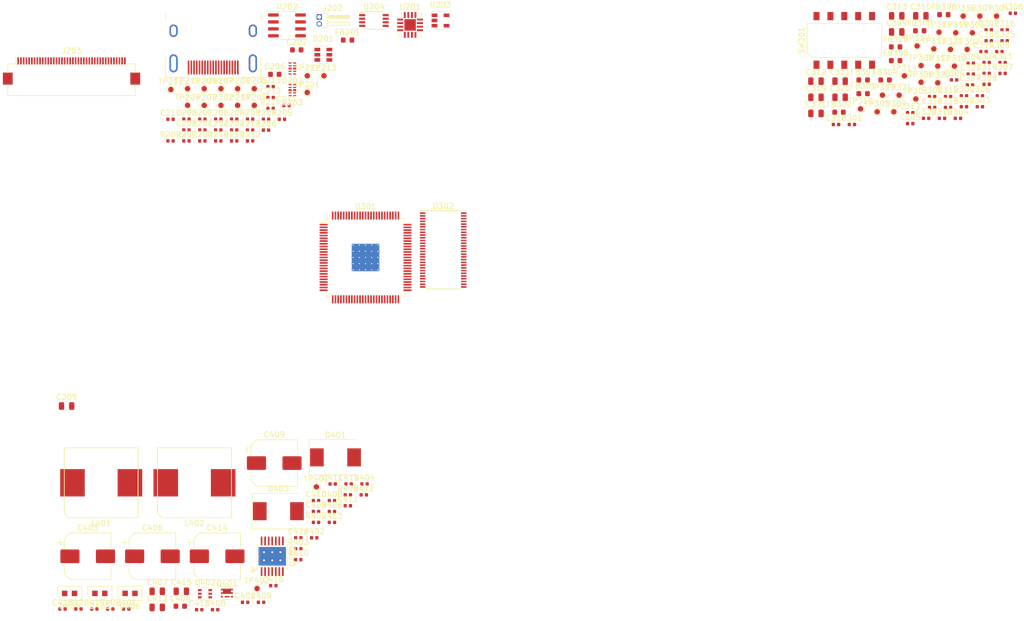
<source format=kicad_pcb>
(kicad_pcb (version 20171130) (host pcbnew "(5.1.4)-1")
  (layers (0 F.Cu signal) (31 B.Cu signal) (34 B.Paste user) (35 F.Paste user) (36 B.SilkS user) (37 F.SilkS user) (38 B.Mask user) (39 F.Mask user) (44 Edge.Cuts user))
  (net 0 "")
  (net 1 GNDD)
  (net 2 "Net-(C201-Pad1)")
  (net 3 /P_TMDS_5V)
  (net 4 "Net-(C207-Pad1)")
  (net 5 "Net-(C208-Pad1)")
  (net 6 /100_Conenctors/P_LVDS_VEDID_3V3)
  (net 7 "Net-(C210-Pad1)")
  (net 8 /100_Conenctors/DO_TMDS_HPD)
  (net 9 /100_Conenctors/MATRIX_EN)
  (net 10 /900_Video_Links/P_TMDS_OVDD_3V3)
  (net 11 /900_Video_Links/P_TMDS_DVDD_3V3)
  (net 12 /900_Video_Links/P_LVDSVCC_3V3)
  (net 13 /900_Video_Links/P_TMDS_PLL_3V3)
  (net 14 /900_Video_Links/P_TMDS_AVDD_3V3)
  (net 15 /900_Video_Links/P_LVDS_PLL_3V3)
  (net 16 /900_Video_Links/P_LVDS_IOVCC_3V3)
  (net 17 /900_Video_Links/P_LVDS_VCC_3V3)
  (net 18 "Net-(C401-Pad2)")
  (net 19 /P_SMPS_3V3)
  (net 20 "Net-(C402-Pad1)")
  (net 21 /600_Power_Units/P_VIN_FILTERED)
  (net 22 "Net-(C411-Pad2)")
  (net 23 "Net-(C411-Pad1)")
  (net 24 /600_Power_Units/BP_5V)
  (net 25 "Net-(C413-Pad2)")
  (net 26 "Net-(C413-Pad1)")
  (net 27 /P_SMPS_5V)
  (net 28 "Net-(C417-Pad2)")
  (net 29 "Net-(C417-Pad1)")
  (net 30 "Net-(C419-Pad1)")
  (net 31 /100_Conenctors/DI_TMDS_EDID_CLK)
  (net 32 /100_Conenctors/DIO_TMDS_EDID_DAT)
  (net 33 /100_Conenctors/DI_TMDS_3)
  (net 34 /100_Conenctors/DI_TMDS_2)
  (net 35 /100_Conenctors/DI_TMDS_1)
  (net 36 /100_Conenctors/DI_TMDS_0)
  (net 37 /100_Conenctors/DI_TMDS_7)
  (net 38 /100_Conenctors/DI_TMDS_6)
  (net 39 /100_Conenctors/DI_TMDS_5)
  (net 40 /100_Conenctors/DI_TMDS_4)
  (net 41 /600_Power_Units/~EN_5V)
  (net 42 /600_Power_Units/~EN_3V3)
  (net 43 "Net-(D405-Pad2)")
  (net 44 "Net-(D406-Pad2)")
  (net 45 /100_Conenctors/P_TMDS_5V_IN)
  (net 46 /P_VIN_19V5)
  (net 47 /100_Conenctors/PWM_BRIGTH)
  (net 48 /100_Conenctors/DO_LVDS_9)
  (net 49 /100_Conenctors/DO_LVDS_8)
  (net 50 /100_Conenctors/DO_LVDS_5)
  (net 51 /100_Conenctors/DO_LVDS_4)
  (net 52 /100_Conenctors/DO_LVDS_3)
  (net 53 /100_Conenctors/DO_LVDS_2)
  (net 54 /100_Conenctors/DO_LVDS_1)
  (net 55 /100_Conenctors/DO_LVDS_0)
  (net 56 /100_Conenctors/DIO_LVDS_EDID_DAT)
  (net 57 /100_Conenctors/DI_LVDS_EDID_CLK)
  (net 58 "Net-(Q401-Pad3)")
  (net 59 /DO_SYNC_DET)
  (net 60 "Net-(R201-Pad2)")
  (net 61 "Net-(R202-Pad1)")
  (net 62 "Net-(R203-Pad1)")
  (net 63 "Net-(R204-Pad1)")
  (net 64 "Net-(R206-Pad1)")
  (net 65 "Net-(R207-Pad1)")
  (net 66 "Net-(R208-Pad1)")
  (net 67 /900_Video_Links/DO_LVDS_EDID)
  (net 68 "Net-(R211-Pad2)")
  (net 69 /900_Video_Links/DI_2PPC_EN)
  (net 70 /900_Video_Links/~DI_STAG_EN)
  (net 71 /900_Video_Links/LVDS_OCK)
  (net 72 /900_Video_Links/TMDS_OCK)
  (net 73 /900_Video_Links/AI_EXT_50R_TERM)
  (net 74 /900_Video_Links/DST)
  (net 75 /900_Video_Links/ODF)
  (net 76 /900_Video_Links/AI_RSVD_LOW)
  (net 77 /900_Video_Links/~PD)
  (net 78 /900_Video_Links/~PDO)
  (net 79 /900_Video_Links/LVDS_EN)
  (net 80 /900_Video_Links/CTL1)
  (net 81 /900_Video_Links/CTL2)
  (net 82 /900_Video_Links/CTL3)
  (net 83 "Net-(TP207-Pad1)")
  (net 84 "Net-(TP208-Pad1)")
  (net 85 "Net-(U301-Pad48)")
  (net 86 "Net-(U301-Pad47)")
  (net 87 "Net-(U301-Pad46)")
  (net 88 "Net-(U301-Pad44)")
  (net 89 "Net-(U301-Pad37)")
  (net 90 "Net-(U301-Pad36)")
  (net 91 "Net-(U301-Pad35)")
  (net 92 "Net-(U301-Pad34)")
  (net 93 "Net-(U301-Pad33)")
  (net 94 "Net-(U301-Pad32)")
  (net 95 "Net-(U301-Pad31)")
  (net 96 "Net-(U301-Pad30)")
  (net 97 "Net-(U301-Pad27)")
  (net 98 "Net-(U301-Pad26)")
  (net 99 "Net-(U301-Pad25)")
  (net 100 "Net-(U301-Pad24)")
  (net 101 "Net-(U301-Pad23)")
  (net 102 "Net-(U301-Pad22)")
  (net 103 "Net-(U301-Pad21)")
  (net 104 "Net-(U301-Pad20)")
  (net 105 "Net-(U301-Pad17)")
  (net 106 "Net-(U301-Pad16)")
  (net 107 "Net-(U301-Pad15)")
  (net 108 "Net-(U301-Pad14)")
  (net 109 "Net-(U301-Pad13)")
  (net 110 "Net-(U301-Pad12)")
  (net 111 "Net-(U301-Pad11)")
  (net 112 "Net-(U301-Pad10)")
  (module Connector_FFC-FPC:Hirose_FH12-40S-0.5SH_1x40-1MP_P0.50mm_Horizontal (layer F.Cu) (at 51.153 41.4224)
    (fp_text reference J203 (at 0 -3.7) (layer F.SilkS))
    (fp_text value Conn_01x40_MountingPin)
    (pad 40 smd rect (at 9.75 -1.85) (size 0.3 1.3) (layers F.Cu F.Paste F.Mask))
    (pad 39 smd rect (at 9.25 -1.85) (size 0.3 1.3) (layers F.Cu F.Paste F.Mask) (net 9 /100_Conenctors/MATRIX_EN))
    (pad 38 smd rect (at 8.75 -1.85) (size 0.3 1.3) (layers F.Cu F.Paste F.Mask) (net 47 /100_Conenctors/PWM_BRIGTH))
    (pad 37 smd rect (at 8.25 -1.85) (size 0.3 1.3) (layers F.Cu F.Paste F.Mask))
    (pad 36 smd rect (at 7.75 -1.85) (size 0.3 1.3) (layers F.Cu F.Paste F.Mask))
    (pad 35 smd rect (at 7.25 -1.85) (size 0.3 1.3) (layers F.Cu F.Paste F.Mask))
    (pad 34 smd rect (at 6.75 -1.85) (size 0.3 1.3) (layers F.Cu F.Paste F.Mask))
    (pad 33 smd rect (at 6.25 -1.85) (size 0.3 1.3) (layers F.Cu F.Paste F.Mask) (net 1 GNDD))
    (pad 32 smd rect (at 5.75 -1.85) (size 0.3 1.3) (layers F.Cu F.Paste F.Mask) (net 1 GNDD))
    (pad 31 smd rect (at 5.25 -1.85) (size 0.3 1.3) (layers F.Cu F.Paste F.Mask) (net 1 GNDD))
    (pad 30 smd rect (at 4.75 -1.85) (size 0.3 1.3) (layers F.Cu F.Paste F.Mask) (net 27 /P_SMPS_5V))
    (pad 29 smd rect (at 4.25 -1.85) (size 0.3 1.3) (layers F.Cu F.Paste F.Mask) (net 27 /P_SMPS_5V))
    (pad 28 smd rect (at 3.75 -1.85) (size 0.3 1.3) (layers F.Cu F.Paste F.Mask) (net 1 GNDD))
    (pad 27 smd rect (at 3.25 -1.85) (size 0.3 1.3) (layers F.Cu F.Paste F.Mask))
    (pad 26 smd rect (at 2.75 -1.85) (size 0.3 1.3) (layers F.Cu F.Paste F.Mask))
    (pad 25 smd rect (at 2.25 -1.85) (size 0.3 1.3) (layers F.Cu F.Paste F.Mask) (net 1 GNDD))
    (pad 24 smd rect (at 1.75 -1.85) (size 0.3 1.3) (layers F.Cu F.Paste F.Mask))
    (pad 23 smd rect (at 1.25 -1.85) (size 0.3 1.3) (layers F.Cu F.Paste F.Mask))
    (pad 22 smd rect (at 0.75 -1.85) (size 0.3 1.3) (layers F.Cu F.Paste F.Mask) (net 1 GNDD))
    (pad 21 smd rect (at 0.25 -1.85) (size 0.3 1.3) (layers F.Cu F.Paste F.Mask))
    (pad 20 smd rect (at -0.25 -1.85) (size 0.3 1.3) (layers F.Cu F.Paste F.Mask))
    (pad 19 smd rect (at -0.75 -1.85) (size 0.3 1.3) (layers F.Cu F.Paste F.Mask) (net 1 GNDD))
    (pad 18 smd rect (at -1.25 -1.85) (size 0.3 1.3) (layers F.Cu F.Paste F.Mask) (net 48 /100_Conenctors/DO_LVDS_9))
    (pad 17 smd rect (at -1.75 -1.85) (size 0.3 1.3) (layers F.Cu F.Paste F.Mask) (net 49 /100_Conenctors/DO_LVDS_8))
    (pad 16 smd rect (at -2.25 -1.85) (size 0.3 1.3) (layers F.Cu F.Paste F.Mask) (net 1 GNDD))
    (pad 15 smd rect (at -2.75 -1.85) (size 0.3 1.3) (layers F.Cu F.Paste F.Mask) (net 50 /100_Conenctors/DO_LVDS_5))
    (pad 14 smd rect (at -3.25 -1.85) (size 0.3 1.3) (layers F.Cu F.Paste F.Mask) (net 51 /100_Conenctors/DO_LVDS_4))
    (pad 13 smd rect (at -3.75 -1.85) (size 0.3 1.3) (layers F.Cu F.Paste F.Mask) (net 1 GNDD))
    (pad 12 smd rect (at -4.25 -1.85) (size 0.3 1.3) (layers F.Cu F.Paste F.Mask) (net 52 /100_Conenctors/DO_LVDS_3))
    (pad 11 smd rect (at -4.75 -1.85) (size 0.3 1.3) (layers F.Cu F.Paste F.Mask) (net 53 /100_Conenctors/DO_LVDS_2))
    (pad 10 smd rect (at -5.25 -1.85) (size 0.3 1.3) (layers F.Cu F.Paste F.Mask) (net 1 GNDD))
    (pad 9 smd rect (at -5.75 -1.85) (size 0.3 1.3) (layers F.Cu F.Paste F.Mask) (net 54 /100_Conenctors/DO_LVDS_1))
    (pad 8 smd rect (at -6.25 -1.85) (size 0.3 1.3) (layers F.Cu F.Paste F.Mask) (net 55 /100_Conenctors/DO_LVDS_0))
    (pad 7 smd rect (at -6.75 -1.85) (size 0.3 1.3) (layers F.Cu F.Paste F.Mask) (net 56 /100_Conenctors/DIO_LVDS_EDID_DAT))
    (pad 6 smd rect (at -7.25 -1.85) (size 0.3 1.3) (layers F.Cu F.Paste F.Mask) (net 57 /100_Conenctors/DI_LVDS_EDID_CLK))
    (pad 5 smd rect (at -7.75 -1.85) (size 0.3 1.3) (layers F.Cu F.Paste F.Mask))
    (pad 4 smd rect (at -8.25 -1.85) (size 0.3 1.3) (layers F.Cu F.Paste F.Mask) (net 6 /100_Conenctors/P_LVDS_VEDID_3V3))
    (pad 3 smd rect (at -8.75 -1.85) (size 0.3 1.3) (layers F.Cu F.Paste F.Mask) (net 19 /P_SMPS_3V3))
    (pad 2 smd rect (at -9.25 -1.85) (size 0.3 1.3) (layers F.Cu F.Paste F.Mask) (net 19 /P_SMPS_3V3))
    (pad 1 smd rect (at -9.75 -1.85) (size 0.3 1.3) (layers F.Cu F.Paste F.Mask) (net 1 GNDD))
    (pad MP smd rect (at -11.65 1.4) (size 1.8 2.2) (layers F.Cu F.Paste F.Mask) (net 1 GNDD))
    (pad MP smd rect (at 11.65 1.4) (size 1.8 2.2) (layers F.Cu F.Paste F.Mask) (net 1 GNDD))
  )
  (module Package_SO:TSSOP-8_3x3mm_P0.65mm (layer F.Cu) (at 106.438 32.1824)
    (fp_text reference U204 (at 0 -2.55) (layer F.SilkS))
    (fp_text value TXB0102DCT)
    (pad 8 smd rect (at 2.15 -0.975) (size 1.1 0.4) (layers F.Cu F.Paste F.Mask) (net 83 "Net-(TP207-Pad1)"))
    (pad 7 smd rect (at 2.15 -0.325) (size 1.1 0.4) (layers F.Cu F.Paste F.Mask) (net 3 /P_TMDS_5V))
    (pad 6 smd rect (at 2.15 0.325) (size 1.1 0.4) (layers F.Cu F.Paste F.Mask) (net 7 "Net-(C210-Pad1)"))
    (pad 5 smd rect (at 2.15 0.975) (size 1.1 0.4) (layers F.Cu F.Paste F.Mask) (net 56 /100_Conenctors/DIO_LVDS_EDID_DAT))
    (pad 4 smd rect (at -2.15 0.975) (size 1.1 0.4) (layers F.Cu F.Paste F.Mask) (net 57 /100_Conenctors/DI_LVDS_EDID_CLK))
    (pad 3 smd rect (at -2.15 0.325) (size 1.1 0.4) (layers F.Cu F.Paste F.Mask) (net 6 /100_Conenctors/P_LVDS_VEDID_3V3))
    (pad 2 smd rect (at -2.15 -0.325) (size 1.1 0.4) (layers F.Cu F.Paste F.Mask) (net 1 GNDD))
    (pad 1 smd rect (at -2.15 -0.975) (size 1.1 0.4) (layers F.Cu F.Paste F.Mask) (net 84 "Net-(TP208-Pad1)"))
  )
  (module Package_TO_SOT_SMD:SOT-23-5 (layer F.Cu) (at 118.608 32.1824)
    (fp_text reference U203 (at 0 -2.9) (layer F.SilkS))
    (fp_text value LP2985-3.3)
    (pad 5 smd rect (at 1.1 -0.95) (size 1.06 0.65) (layers F.Cu F.Paste F.Mask) (net 6 /100_Conenctors/P_LVDS_VEDID_3V3))
    (pad 4 smd rect (at 1.1 0.95) (size 1.06 0.65) (layers F.Cu F.Paste F.Mask) (net 5 "Net-(C208-Pad1)"))
    (pad 3 smd rect (at -1.1 0.95) (size 1.06 0.65) (layers F.Cu F.Paste F.Mask) (net 3 /P_TMDS_5V))
    (pad 2 smd rect (at -1.1 0) (size 1.06 0.65) (layers F.Cu F.Paste F.Mask) (net 1 GNDD))
    (pad 1 smd rect (at -1.1 -0.95) (size 1.06 0.65) (layers F.Cu F.Paste F.Mask) (net 3 /P_TMDS_5V))
  )
  (module Package_SO:SOIC-8_3.9x4.9mm_P1.27mm (layer F.Cu) (at 90.538 33.0824)
    (fp_text reference U202 (at 0 -3.4) (layer F.SilkS))
    (fp_text value 24LC32)
    (pad 8 smd roundrect (at 2.475 -1.905) (size 1.95 0.6) (layers F.Cu F.Paste F.Mask) (net 3 /P_TMDS_5V))
    (pad 7 smd roundrect (at 2.475 -0.635) (size 1.95 0.6) (layers F.Cu F.Paste F.Mask) (net 66 "Net-(R208-Pad1)"))
    (pad 6 smd roundrect (at 2.475 0.635) (size 1.95 0.6) (layers F.Cu F.Paste F.Mask) (net 65 "Net-(R207-Pad1)"))
    (pad 5 smd roundrect (at 2.475 1.905) (size 1.95 0.6) (layers F.Cu F.Paste F.Mask) (net 64 "Net-(R206-Pad1)"))
    (pad 4 smd roundrect (at -2.475 1.905) (size 1.95 0.6) (layers F.Cu F.Paste F.Mask) (net 1 GNDD))
    (pad 3 smd roundrect (at -2.475 0.635) (size 1.95 0.6) (layers F.Cu F.Paste F.Mask) (net 63 "Net-(R204-Pad1)"))
    (pad 2 smd roundrect (at -2.475 -0.635) (size 1.95 0.6) (layers F.Cu F.Paste F.Mask) (net 62 "Net-(R203-Pad1)"))
    (pad 1 smd roundrect (at -2.475 -1.905) (size 1.95 0.6) (layers F.Cu F.Paste F.Mask) (net 61 "Net-(R202-Pad1)"))
  )
  (module Package_CSP:LFCSP-16-1EP_4x4mm_P0.65mm_EP2.1x2.1mm (layer F.Cu) (at 113.048 32.9924)
    (fp_text reference U201 (at 0 -3.3) (layer F.SilkS))
    (fp_text value ADG633YCP)
    (pad 16 smd rect (at -0.975 -1.8025) (size 0.35 1.105) (layers F.Cu F.Paste F.Mask) (net 6 /100_Conenctors/P_LVDS_VEDID_3V3))
    (pad 15 smd rect (at -0.325 -1.8025) (size 0.35 1.105) (layers F.Cu F.Paste F.Mask) (net 1 GNDD))
    (pad 14 smd rect (at 0.325 -1.8025) (size 0.35 1.105) (layers F.Cu F.Paste F.Mask) (net 3 /P_TMDS_5V))
    (pad 13 smd rect (at 0.975 -1.8025) (size 0.35 1.105) (layers F.Cu F.Paste F.Mask) (net 68 "Net-(R211-Pad2)"))
    (pad 8 smd rect (at 0.975 1.8025) (size 0.35 1.105) (layers F.Cu F.Paste F.Mask) (net 4 "Net-(C207-Pad1)"))
    (pad 7 smd rect (at 0.325 1.8025) (size 0.35 1.105) (layers F.Cu F.Paste F.Mask) (net 4 "Net-(C207-Pad1)"))
    (pad 6 smd rect (at -0.325 1.8025) (size 0.35 1.105) (layers F.Cu F.Paste F.Mask) (net 1 GNDD))
    (pad 5 smd rect (at -0.975 1.8025) (size 0.35 1.105) (layers F.Cu F.Paste F.Mask) (net 1 GNDD))
    (pad 12 smd rect (at 1.8025 -0.975) (size 1.105 0.35) (layers F.Cu F.Paste F.Mask) (net 31 /100_Conenctors/DI_TMDS_EDID_CLK))
    (pad 11 smd rect (at 1.8025 -0.325) (size 1.105 0.35) (layers F.Cu F.Paste F.Mask) (net 65 "Net-(R207-Pad1)"))
    (pad 10 smd rect (at 1.8025 0.325) (size 1.105 0.35) (layers F.Cu F.Paste F.Mask) (net 84 "Net-(TP208-Pad1)"))
    (pad 9 smd rect (at 1.8025 0.975) (size 1.105 0.35) (layers F.Cu F.Paste F.Mask) (net 4 "Net-(C207-Pad1)"))
    (pad 4 smd rect (at -1.8025 0.975) (size 1.105 0.35) (layers F.Cu F.Paste F.Mask) (net 60 "Net-(R201-Pad2)"))
    (pad 3 smd rect (at -1.8025 0.325) (size 1.105 0.35) (layers F.Cu F.Paste F.Mask) (net 83 "Net-(TP207-Pad1)"))
    (pad 2 smd rect (at -1.8025 -0.325) (size 1.105 0.35) (layers F.Cu F.Paste F.Mask) (net 32 /100_Conenctors/DIO_TMDS_EDID_DAT))
    (pad 17 smd rect (at 0 0) (size 2.1 2.1) (layers F.Cu F.Mask) (net 1 GNDD))
    (pad 1 smd rect (at -1.8025 -0.975) (size 1.105 0.35) (layers F.Cu F.Paste F.Mask) (net 64 "Net-(R206-Pad1)"))
  )
  (module TestPoint:TestPoint_Pad_D1.0mm (layer F.Cu) (at 85.068 136.1124)
    (fp_text reference TP402 (at 0 -1.448) (layer F.SilkS))
    (fp_text value TestPoint)
    (pad 1 smd circle (at 0 0) (size 1 1) (layers F.Cu F.Mask) (net 41 /600_Power_Units/~EN_5V))
  )
  (module TestPoint:TestPoint_Pad_D1.0mm (layer F.Cu) (at 95.918 117.5124)
    (fp_text reference TP401 (at 0 -1.448) (layer F.SilkS))
    (fp_text value TestPoint)
    (pad 1 smd circle (at 0 0) (size 1 1) (layers F.Cu F.Mask) (net 42 /600_Power_Units/~EN_3V3))
  )
  (module TestPoint:TestPoint_Pad_D1.0mm (layer F.Cu) (at 211.838 37.4824)
    (fp_text reference TP322 (at 0 -1.448) (layer F.SilkS))
    (fp_text value TestPoint)
    (pad 1 smd circle (at 0 0) (size 1 1) (layers F.Cu F.Mask) (net 17 /900_Video_Links/P_LVDS_VCC_3V3))
  )
  (module TestPoint:TestPoint_Pad_D1.0mm (layer F.Cu) (at 202.448 45.8424)
    (fp_text reference TP321 (at 0 -1.448) (layer F.SilkS))
    (fp_text value TestPoint)
    (pad 1 smd circle (at 0 0) (size 1 1) (layers F.Cu F.Mask) (net 16 /900_Video_Links/P_LVDS_IOVCC_3V3))
  )
  (module TestPoint:TestPoint_Pad_D1.0mm (layer F.Cu) (at 209.508 43.5824)
    (fp_text reference TP320 (at 0 -1.448) (layer F.SilkS))
    (fp_text value TestPoint)
    (pad 1 smd circle (at 0 0) (size 1 1) (layers F.Cu F.Mask) (net 15 /900_Video_Links/P_LVDS_PLL_3V3))
  )
  (module TestPoint:TestPoint_Pad_D1.0mm (layer F.Cu) (at 212.798 34.4324)
    (fp_text reference TP319 (at 0 -1.448) (layer F.SilkS))
    (fp_text value TestPoint)
    (pad 1 smd circle (at 0 0) (size 1 1) (layers F.Cu F.Mask) (net 14 /900_Video_Links/P_TMDS_AVDD_3V3))
  )
  (module TestPoint:TestPoint_Pad_D1.0mm (layer F.Cu) (at 195.388 48.3524)
    (fp_text reference TP318 (at 0 -1.448) (layer F.SilkS))
    (fp_text value TestPoint)
    (pad 1 smd circle (at 0 0) (size 1 1) (layers F.Cu F.Mask) (net 13 /900_Video_Links/P_TMDS_PLL_3V3))
  )
  (module TestPoint:TestPoint_Pad_D1.0mm (layer F.Cu) (at 205.738 36.8424)
    (fp_text reference TP317 (at 0 -1.448) (layer F.SilkS))
    (fp_text value TestPoint)
    (pad 1 smd circle (at 0 0) (size 1 1) (layers F.Cu F.Mask) (net 10 /900_Video_Links/P_TMDS_OVDD_3V3))
  )
  (module TestPoint:TestPoint_Pad_D1.0mm (layer F.Cu) (at 214.158 31.3824)
    (fp_text reference TP316 (at 0 -1.448) (layer F.SilkS))
    (fp_text value TestPoint)
    (pad 1 smd circle (at 0 0) (size 1 1) (layers F.Cu F.Mask) (net 11 /900_Video_Links/P_TMDS_DVDD_3V3))
  )
  (module TestPoint:TestPoint_Pad_D1.0mm (layer F.Cu) (at 199.398 45.8424)
    (fp_text reference TP315 (at 0 -1.448) (layer F.SilkS))
    (fp_text value TestPoint)
    (pad 1 smd circle (at 0 0) (size 1 1) (layers F.Cu F.Mask) (net 12 /900_Video_Links/P_LVDSVCC_3V3))
  )
  (module TestPoint:TestPoint_Pad_D1.0mm (layer F.Cu) (at 203.408 42.3024)
    (fp_text reference TP314 (at 0 -1.448) (layer F.SilkS))
    (fp_text value TestPoint)
    (pad 1 smd circle (at 0 0) (size 1 1) (layers F.Cu F.Mask) (net 82 /900_Video_Links/CTL3))
  )
  (module TestPoint:TestPoint_Pad_D1.0mm (layer F.Cu) (at 208.788 37.3824)
    (fp_text reference TP313 (at 0 -1.448) (layer F.SilkS))
    (fp_text value TestPoint)
    (pad 1 smd circle (at 0 0) (size 1 1) (layers F.Cu F.Mask) (net 81 /900_Video_Links/CTL2))
  )
  (module TestPoint:TestPoint_Pad_D1.0mm (layer F.Cu) (at 209.508 40.5324)
    (fp_text reference TP312 (at 0 -1.448) (layer F.SilkS))
    (fp_text value TestPoint)
    (pad 1 smd circle (at 0 0) (size 1 1) (layers F.Cu F.Mask) (net 80 /900_Video_Links/CTL1))
  )
  (module TestPoint:TestPoint_Pad_D1.0mm (layer F.Cu) (at 209.748 34.3324)
    (fp_text reference TP311 (at 0 -1.448) (layer F.SilkS))
    (fp_text value TestPoint)
    (pad 1 smd circle (at 0 0) (size 1 1) (layers F.Cu F.Mask) (net 79 /900_Video_Links/LVDS_EN))
  )
  (module TestPoint:TestPoint_Pad_D1.0mm (layer F.Cu) (at 212.558 40.5324)
    (fp_text reference TP310 (at 0 -1.448) (layer F.SilkS))
    (fp_text value TestPoint)
    (pad 1 smd circle (at 0 0) (size 1 1) (layers F.Cu F.Mask) (net 78 /900_Video_Links/~PDO))
  )
  (module TestPoint:TestPoint_Pad_D1.0mm (layer F.Cu) (at 201.488 48.8924)
    (fp_text reference TP309 (at 0 -1.448) (layer F.SilkS))
    (fp_text value TestPoint)
    (pad 1 smd circle (at 0 0) (size 1 1) (layers F.Cu F.Mask) (net 77 /900_Video_Links/~PD))
  )
  (module TestPoint:TestPoint_Pad_D1.0mm (layer F.Cu) (at 206.458 40.4324)
    (fp_text reference TP308 (at 0 -1.448) (layer F.SilkS))
    (fp_text value TestPoint)
    (pad 1 smd circle (at 0 0) (size 1 1) (layers F.Cu F.Mask) (net 76 /900_Video_Links/AI_RSVD_LOW))
  )
  (module TestPoint:TestPoint_Pad_D1.0mm (layer F.Cu) (at 217.208 31.3824)
    (fp_text reference TP307 (at 0 -1.448) (layer F.SilkS))
    (fp_text value TestPoint)
    (pad 1 smd circle (at 0 0) (size 1 1) (layers F.Cu F.Mask) (net 75 /900_Video_Links/ODF))
  )
  (module TestPoint:TestPoint_Pad_D1.0mm (layer F.Cu) (at 206.458 43.4824)
    (fp_text reference TP306 (at 0 -1.448) (layer F.SilkS))
    (fp_text value TestPoint)
    (pad 1 smd circle (at 0 0) (size 1 1) (layers F.Cu F.Mask) (net 74 /900_Video_Links/DST))
  )
  (module TestPoint:TestPoint_Pad_D1.0mm (layer F.Cu) (at 215.848 34.4324)
    (fp_text reference TP305 (at 0 -1.448) (layer F.SilkS))
    (fp_text value TestPoint)
    (pad 1 smd circle (at 0 0) (size 1 1) (layers F.Cu F.Mask) (net 73 /900_Video_Links/AI_EXT_50R_TERM))
  )
  (module TestPoint:TestPoint_Pad_D1.0mm (layer F.Cu) (at 220.258 31.3824)
    (fp_text reference TP304 (at 0 -1.448) (layer F.SilkS))
    (fp_text value TestPoint)
    (pad 1 smd circle (at 0 0) (size 1 1) (layers F.Cu F.Mask) (net 72 /900_Video_Links/TMDS_OCK))
  )
  (module TestPoint:TestPoint_Pad_D1.0mm (layer F.Cu) (at 198.438 48.8924)
    (fp_text reference TP303 (at 0 -1.448) (layer F.SilkS))
    (fp_text value TestPoint)
    (pad 1 smd circle (at 0 0) (size 1 1) (layers F.Cu F.Mask) (net 71 /900_Video_Links/LVDS_OCK))
  )
  (module TestPoint:TestPoint_Pad_D1.0mm (layer F.Cu) (at 214.888 37.4824)
    (fp_text reference TP302 (at 0 -1.448) (layer F.SilkS))
    (fp_text value TestPoint)
    (pad 1 smd circle (at 0 0) (size 1 1) (layers F.Cu F.Mask) (net 70 /900_Video_Links/~DI_STAG_EN))
  )
  (module TestPoint:TestPoint_Pad_D1.0mm (layer F.Cu) (at 205.498 46.5324)
    (fp_text reference TP301 (at 0 -1.448) (layer F.SilkS))
    (fp_text value TestPoint)
    (pad 1 smd circle (at 0 0) (size 1 1) (layers F.Cu F.Mask) (net 69 /900_Video_Links/DI_2PPC_EN))
  )
  (module TestPoint:TestPoint_Pad_D1.0mm (layer F.Cu) (at 81.518 47.7124)
    (fp_text reference TP214 (at 0 -1.448) (layer F.SilkS))
    (fp_text value TestPoint)
    (pad 1 smd circle (at 0 0) (size 1 1) (layers F.Cu F.Mask) (net 57 /100_Conenctors/DI_LVDS_EDID_CLK))
  )
  (module TestPoint:TestPoint_Pad_D1.0mm (layer F.Cu) (at 97.298 42.3024)
    (fp_text reference TP213 (at 0 -1.448) (layer F.SilkS))
    (fp_text value TestPoint)
    (pad 1 smd circle (at 0 0) (size 1 1) (layers F.Cu F.Mask) (net 56 /100_Conenctors/DIO_LVDS_EDID_DAT))
  )
  (module TestPoint:TestPoint_Pad_D1.0mm (layer F.Cu) (at 94.248 42.3024)
    (fp_text reference TP212 (at 0 -1.448) (layer F.SilkS))
    (fp_text value TestPoint)
    (pad 1 smd circle (at 0 0) (size 1 1) (layers F.Cu F.Mask) (net 7 "Net-(C210-Pad1)"))
  )
  (module TestPoint:TestPoint_Pad_D1.0mm (layer F.Cu) (at 69.318 44.8124)
    (fp_text reference TP211 (at 0 -1.448) (layer F.SilkS))
    (fp_text value TestPoint)
    (pad 1 smd circle (at 0 0) (size 1 1) (layers F.Cu F.Mask) (net 6 /100_Conenctors/P_LVDS_VEDID_3V3))
  )
  (module TestPoint:TestPoint_Pad_D1.0mm (layer F.Cu) (at 72.368 44.6624)
    (fp_text reference TP210 (at 0 -1.448) (layer F.SilkS))
    (fp_text value TestPoint)
    (pad 1 smd circle (at 0 0) (size 1 1) (layers F.Cu F.Mask) (net 67 /900_Video_Links/DO_LVDS_EDID))
  )
  (module TestPoint:TestPoint_Pad_D1.0mm (layer F.Cu) (at 84.568 47.7124)
    (fp_text reference TP209 (at 0 -1.448) (layer F.SilkS))
    (fp_text value TestPoint)
    (pad 1 smd circle (at 0 0) (size 1 1) (layers F.Cu F.Mask) (net 31 /100_Conenctors/DI_TMDS_EDID_CLK))
  )
  (module TestPoint:TestPoint_Pad_D1.0mm (layer F.Cu) (at 75.418 44.6624)
    (fp_text reference TP208 (at 0 -1.448) (layer F.SilkS))
    (fp_text value TestPoint)
    (pad 1 smd circle (at 0 0) (size 1 1) (layers F.Cu F.Mask) (net 84 "Net-(TP208-Pad1)"))
  )
  (module TestPoint:TestPoint_Pad_D1.0mm (layer F.Cu) (at 78.468 44.6624)
    (fp_text reference TP207 (at 0 -1.448) (layer F.SilkS))
    (fp_text value TestPoint)
    (pad 1 smd circle (at 0 0) (size 1 1) (layers F.Cu F.Mask) (net 83 "Net-(TP207-Pad1)"))
  )
  (module TestPoint:TestPoint_Pad_D1.0mm (layer F.Cu) (at 81.518 44.6624)
    (fp_text reference TP206 (at 0 -1.448) (layer F.SilkS))
    (fp_text value TestPoint)
    (pad 1 smd circle (at 0 0) (size 1 1) (layers F.Cu F.Mask) (net 32 /100_Conenctors/DIO_TMDS_EDID_DAT))
  )
  (module TestPoint:TestPoint_Pad_D1.0mm (layer F.Cu) (at 84.568 44.6624)
    (fp_text reference TP205 (at 0 -1.448) (layer F.SilkS))
    (fp_text value TestPoint)
    (pad 1 smd circle (at 0 0) (size 1 1) (layers F.Cu F.Mask) (net 66 "Net-(R208-Pad1)"))
  )
  (module TestPoint:TestPoint_Pad_D1.0mm (layer F.Cu) (at 72.368 47.7124)
    (fp_text reference TP204 (at 0 -1.448) (layer F.SilkS))
    (fp_text value TestPoint)
    (pad 1 smd circle (at 0 0) (size 1 1) (layers F.Cu F.Mask) (net 3 /P_TMDS_5V))
  )
  (module TestPoint:TestPoint_Pad_D1.0mm (layer F.Cu) (at 75.418 47.7124)
    (fp_text reference TP203 (at 0 -1.448) (layer F.SilkS))
    (fp_text value TestPoint)
    (pad 1 smd circle (at 0 0) (size 1 1) (layers F.Cu F.Mask) (net 65 "Net-(R207-Pad1)"))
  )
  (module TestPoint:TestPoint_Pad_D1.0mm (layer F.Cu) (at 78.468 47.7124)
    (fp_text reference TP202 (at 0 -1.448) (layer F.SilkS))
    (fp_text value TestPoint)
    (pad 1 smd circle (at 0 0) (size 1 1) (layers F.Cu F.Mask) (net 64 "Net-(R206-Pad1)"))
  )
  (module TestPoint:TestPoint_Pad_D1.0mm (layer F.Cu) (at 94.248 45.3524)
    (fp_text reference TP201 (at 0 -1.448) (layer F.SilkS))
    (fp_text value TestPoint)
    (pad 1 smd circle (at 0 0) (size 1 1) (layers F.Cu F.Mask) (net 45 /100_Conenctors/P_TMDS_5V_IN))
  )
  (module Yehor_lib:SOIC-10-DM-05 (layer F.Cu) (at 192.423 35.8324)
    (fp_text reference SW301 (at -7.82 0 90) (layer F.SilkS))
    (fp_text value DM-05-V)
    (pad 5 smd rect (at 5.08 4.45) (size 1.1 1.5) (layers F.Cu F.Paste F.Mask) (net 1 GNDD))
    (pad 6 smd rect (at 5.08 -4.45) (size 1.1 1.5) (layers F.Cu F.Paste F.Mask) (net 67 /900_Video_Links/DO_LVDS_EDID))
    (pad 4 smd rect (at 2.54 4.45) (size 1.1 1.5) (layers F.Cu F.Paste F.Mask) (net 1 GNDD))
    (pad 7 smd rect (at 2.54 -4.45) (size 1.1 1.5) (layers F.Cu F.Paste F.Mask) (net 71 /900_Video_Links/LVDS_OCK))
    (pad 3 smd rect (at 0 4.45) (size 1.1 1.5) (layers F.Cu F.Paste F.Mask) (net 1 GNDD))
    (pad 8 smd rect (at 0 -4.45) (size 1.1 1.5) (layers F.Cu F.Paste F.Mask) (net 72 /900_Video_Links/TMDS_OCK))
    (pad 2 smd rect (at -2.54 4.45) (size 1.1 1.5) (layers F.Cu F.Paste F.Mask) (net 1 GNDD))
    (pad 9 smd rect (at -2.54 -4.45) (size 1.1 1.5) (layers F.Cu F.Paste F.Mask) (net 74 /900_Video_Links/DST))
    (pad 1 smd rect (at -5.08 4.45) (size 1.1 1.5) (layers F.Cu F.Paste F.Mask) (net 1 GNDD))
    (pad 10 smd rect (at -5.08 -4.45) (size 1.1 1.5) (layers F.Cu F.Paste F.Mask) (net 75 /900_Video_Links/ODF))
  )
  (module Resistor_SMD:R_0402_1005Metric (layer F.Cu) (at 98.758 124.0124)
    (fp_text reference R413 (at 0 -1.17) (layer F.SilkS))
    (fp_text value 7k5)
    (pad 2 smd roundrect (at 0.485 0) (size 0.59 0.64) (layers F.Cu F.Paste F.Mask) (net 29 "Net-(C417-Pad1)"))
    (pad 1 smd roundrect (at -0.485 0) (size 0.59 0.64) (layers F.Cu F.Paste F.Mask) (net 27 /P_SMPS_5V))
  )
  (module Resistor_SMD:R_0402_1005Metric (layer F.Cu) (at 104.578 118.9724)
    (fp_text reference R412 (at 0 -1.17) (layer F.SilkS))
    (fp_text value 2k4)
    (pad 2 smd roundrect (at 0.485 0) (size 0.59 0.64) (layers F.Cu F.Paste F.Mask) (net 29 "Net-(C417-Pad1)"))
    (pad 1 smd roundrect (at -0.485 0) (size 0.59 0.64) (layers F.Cu F.Paste F.Mask) (net 1 GNDD))
  )
  (module Resistor_SMD:R_0402_1005Metric (layer F.Cu) (at 101.668 120.9624)
    (fp_text reference R411 (at 0 -1.17) (layer F.SilkS))
    (fp_text value 200)
    (pad 2 smd roundrect (at 0.485 0) (size 0.59 0.64) (layers F.Cu F.Paste F.Mask) (net 28 "Net-(C417-Pad2)"))
    (pad 1 smd roundrect (at -0.485 0) (size 0.59 0.64) (layers F.Cu F.Paste F.Mask) (net 1 GNDD))
  )
  (module Resistor_SMD:R_0402_1005Metric (layer F.Cu) (at 92.608 130.8124)
    (fp_text reference R410 (at 0 -1.17) (layer F.SilkS))
    (fp_text value 7k5)
    (pad 2 smd roundrect (at 0.485 0) (size 0.59 0.64) (layers F.Cu F.Paste F.Mask) (net 44 "Net-(D406-Pad2)"))
    (pad 1 smd roundrect (at -0.485 0) (size 0.59 0.64) (layers F.Cu F.Paste F.Mask) (net 21 /600_Power_Units/P_VIN_FILTERED))
  )
  (module Resistor_SMD:R_0402_1005Metric (layer F.Cu) (at 85.798 138.6324)
    (fp_text reference R409 (at 0 -1.17) (layer F.SilkS))
    (fp_text value 7k5)
    (pad 2 smd roundrect (at 0.485 0) (size 0.59 0.64) (layers F.Cu F.Paste F.Mask) (net 43 "Net-(D405-Pad2)"))
    (pad 1 smd roundrect (at -0.485 0) (size 0.59 0.64) (layers F.Cu F.Paste F.Mask) (net 27 /P_SMPS_5V))
  )
  (module Resistor_SMD:R_0402_1005Metric (layer F.Cu) (at 77.398 139.9824)
    (fp_text reference R408 (at 0 -1.17) (layer F.SilkS))
    (fp_text value 7k5)
    (pad 2 smd roundrect (at 0.485 0) (size 0.59 0.64) (layers F.Cu F.Paste F.Mask) (net 30 "Net-(C419-Pad1)"))
    (pad 1 smd roundrect (at -0.485 0) (size 0.59 0.64) (layers F.Cu F.Paste F.Mask) (net 19 /P_SMPS_3V3))
  )
  (module Resistor_SMD:R_0402_1005Metric (layer F.Cu) (at 95.848 124.0124)
    (fp_text reference R407 (at 0 -1.17) (layer F.SilkS))
    (fp_text value 7k5)
    (pad 2 smd roundrect (at 0.485 0) (size 0.59 0.64) (layers F.Cu F.Paste F.Mask) (net 41 /600_Power_Units/~EN_5V))
    (pad 1 smd roundrect (at -0.485 0) (size 0.59 0.64) (layers F.Cu F.Paste F.Mask) (net 24 /600_Power_Units/BP_5V))
  )
  (module Resistor_SMD:R_0402_1005Metric (layer F.Cu) (at 98.758 122.0224)
    (fp_text reference R406 (at 0 -1.17) (layer F.SilkS))
    (fp_text value 200)
    (pad 2 smd roundrect (at 0.485 0) (size 0.59 0.64) (layers F.Cu F.Paste F.Mask) (net 20 "Net-(C402-Pad1)"))
    (pad 1 smd roundrect (at -0.485 0) (size 0.59 0.64) (layers F.Cu F.Paste F.Mask) (net 1 GNDD))
  )
  (module Resistor_SMD:R_0402_1005Metric (layer F.Cu) (at 101.668 118.9724)
    (fp_text reference R405 (at 0 -1.17) (layer F.SilkS))
    (fp_text value 2k4)
    (pad 2 smd roundrect (at 0.485 0) (size 0.59 0.64) (layers F.Cu F.Paste F.Mask) (net 18 "Net-(C401-Pad2)"))
    (pad 1 smd roundrect (at -0.485 0) (size 0.59 0.64) (layers F.Cu F.Paste F.Mask) (net 1 GNDD))
  )
  (module Resistor_SMD:R_0402_1005Metric (layer F.Cu) (at 104.718 116.9824)
    (fp_text reference R404 (at 0 -1.17) (layer F.SilkS))
    (fp_text value 7k5)
    (pad 2 smd roundrect (at 0.485 0) (size 0.59 0.64) (layers F.Cu F.Paste F.Mask) (net 42 /600_Power_Units/~EN_3V3))
    (pad 1 smd roundrect (at -0.485 0) (size 0.59 0.64) (layers F.Cu F.Paste F.Mask) (net 24 /600_Power_Units/BP_5V))
  )
  (module Resistor_SMD:R_0402_1005Metric (layer F.Cu) (at 92.608 128.8224)
    (fp_text reference R403 (at 0 -1.17) (layer F.SilkS))
    (fp_text value 7k5)
    (pad 2 smd roundrect (at 0.485 0) (size 0.59 0.64) (layers F.Cu F.Paste F.Mask) (net 18 "Net-(C401-Pad2)"))
    (pad 1 smd roundrect (at -0.485 0) (size 0.59 0.64) (layers F.Cu F.Paste F.Mask) (net 19 /P_SMPS_3V3))
  )
  (module Resistor_SMD:R_0402_1005Metric (layer F.Cu) (at 95.518 126.8324)
    (fp_text reference R402 (at 0 -1.17) (layer F.SilkS))
    (fp_text value 7k5)
    (pad 2 smd roundrect (at 0.485 0) (size 0.59 0.64) (layers F.Cu F.Paste F.Mask) (net 58 "Net-(Q401-Pad3)"))
    (pad 1 smd roundrect (at -0.485 0) (size 0.59 0.64) (layers F.Cu F.Paste F.Mask) (net 21 /600_Power_Units/P_VIN_FILTERED))
  )
  (module Resistor_SMD:R_0402_1005Metric (layer F.Cu) (at 61.148 139.8524)
    (fp_text reference R401 (at 0 -1.17) (layer F.SilkS))
    (fp_text value 13k)
    (pad 2 smd roundrect (at 0.485 0) (size 0.59 0.64) (layers F.Cu F.Paste F.Mask) (net 1 GNDD))
    (pad 1 smd roundrect (at -0.485 0) (size 0.59 0.64) (layers F.Cu F.Paste F.Mask) (net 58 "Net-(Q401-Pad3)"))
  )
  (module Resistor_SMD:R_0402_1005Metric (layer F.Cu) (at 218.448 41.8624)
    (fp_text reference R314 (at 0 -1.17) (layer F.SilkS))
    (fp_text value 1k)
    (pad 2 smd roundrect (at 0.485 0) (size 0.59 0.64) (layers F.Cu F.Paste F.Mask) (net 1 GNDD))
    (pad 1 smd roundrect (at -0.485 0) (size 0.59 0.64) (layers F.Cu F.Paste F.Mask) (net 82 /900_Video_Links/CTL3))
  )
  (module Resistor_SMD:R_0402_1005Metric (layer F.Cu) (at 210.288 50.0824)
    (fp_text reference R313 (at 0 -1.17) (layer F.SilkS))
    (fp_text value 1k)
    (pad 2 smd roundrect (at 0.485 0) (size 0.59 0.64) (layers F.Cu F.Paste F.Mask) (net 1 GNDD))
    (pad 1 smd roundrect (at -0.485 0) (size 0.59 0.64) (layers F.Cu F.Paste F.Mask) (net 81 /900_Video_Links/CTL2))
  )
  (module Resistor_SMD:R_0402_1005Metric (layer F.Cu) (at 211.388 46.1024)
    (fp_text reference R312 (at 0 -1.17) (layer F.SilkS))
    (fp_text value 1k)
    (pad 2 smd roundrect (at 0.485 0) (size 0.59 0.64) (layers F.Cu F.Paste F.Mask) (net 1 GNDD))
    (pad 1 smd roundrect (at -0.485 0) (size 0.59 0.64) (layers F.Cu F.Paste F.Mask) (net 80 /900_Video_Links/CTL1))
  )
  (module Resistor_SMD:R_0402_1005Metric (layer F.Cu) (at 221.358 39.8724)
    (fp_text reference R311 (at 0 -1.17) (layer F.SilkS))
    (fp_text value 1k)
    (pad 2 smd roundrect (at 0.485 0) (size 0.59 0.64) (layers F.Cu F.Paste F.Mask) (net 79 /900_Video_Links/LVDS_EN))
    (pad 1 smd roundrect (at -0.485 0) (size 0.59 0.64) (layers F.Cu F.Paste F.Mask) (net 17 /900_Video_Links/P_LVDS_VCC_3V3))
  )
  (module Resistor_SMD:R_0402_1005Metric (layer F.Cu) (at 211.388 48.0924)
    (fp_text reference R310 (at 0 -1.17) (layer F.SilkS))
    (fp_text value 1k)
    (pad 2 smd roundrect (at 0.485 0) (size 0.59 0.64) (layers F.Cu F.Paste F.Mask) (net 78 /900_Video_Links/~PDO))
    (pad 1 smd roundrect (at -0.485 0) (size 0.59 0.64) (layers F.Cu F.Paste F.Mask) (net 10 /900_Video_Links/P_TMDS_OVDD_3V3))
  )
  (module Resistor_SMD:R_0402_1005Metric (layer F.Cu) (at 214.298 47.9624)
    (fp_text reference R309 (at 0 -1.17) (layer F.SilkS))
    (fp_text value 1k)
    (pad 2 smd roundrect (at 0.485 0) (size 0.59 0.64) (layers F.Cu F.Paste F.Mask) (net 77 /900_Video_Links/~PD))
    (pad 1 smd roundrect (at -0.485 0) (size 0.59 0.64) (layers F.Cu F.Paste F.Mask) (net 11 /900_Video_Links/P_TMDS_DVDD_3V3))
  )
  (module Resistor_SMD:R_0402_1005Metric (layer F.Cu) (at 218.448 43.8524)
    (fp_text reference R308 (at 0 -1.17) (layer F.SilkS))
    (fp_text value 1k)
    (pad 2 smd roundrect (at 0.485 0) (size 0.59 0.64) (layers F.Cu F.Paste F.Mask) (net 76 /900_Video_Links/AI_RSVD_LOW))
    (pad 1 smd roundrect (at -0.485 0) (size 0.59 0.64) (layers F.Cu F.Paste F.Mask) (net 11 /900_Video_Links/P_TMDS_DVDD_3V3))
  )
  (module Resistor_SMD:R_0402_1005Metric (layer F.Cu) (at 221.358 41.8624)
    (fp_text reference R307 (at 0 -1.17) (layer F.SilkS))
    (fp_text value 1k)
    (pad 2 smd roundrect (at 0.485 0) (size 0.59 0.64) (layers F.Cu F.Paste F.Mask) (net 75 /900_Video_Links/ODF))
    (pad 1 smd roundrect (at -0.485 0) (size 0.59 0.64) (layers F.Cu F.Paste F.Mask) (net 11 /900_Video_Links/P_TMDS_DVDD_3V3))
  )
  (module Resistor_SMD:R_0402_1005Metric (layer F.Cu) (at 223.238 30.8524)
    (fp_text reference R306 (at 0 -1.17) (layer F.SilkS))
    (fp_text value 1k)
    (pad 2 smd roundrect (at 0.485 0) (size 0.59 0.64) (layers F.Cu F.Paste F.Mask) (net 74 /900_Video_Links/DST))
    (pad 1 smd roundrect (at -0.485 0) (size 0.59 0.64) (layers F.Cu F.Paste F.Mask) (net 11 /900_Video_Links/P_TMDS_DVDD_3V3))
  )
  (module Resistor_SMD:R_0402_1005Metric (layer F.Cu) (at 217.208 45.9724)
    (fp_text reference R305 (at 0 -1.17) (layer F.SilkS))
    (fp_text value 50R)
    (pad 2 smd roundrect (at 0.485 0) (size 0.59 0.64) (layers F.Cu F.Paste F.Mask) (net 1 GNDD))
    (pad 1 smd roundrect (at -0.485 0) (size 0.59 0.64) (layers F.Cu F.Paste F.Mask) (net 73 /900_Video_Links/AI_EXT_50R_TERM))
  )
  (module Resistor_SMD:R_0402_1005Metric (layer F.Cu) (at 213.198 50.0824)
    (fp_text reference R304 (at 0 -1.17) (layer F.SilkS))
    (fp_text value 1k)
    (pad 2 smd roundrect (at 0.485 0) (size 0.59 0.64) (layers F.Cu F.Paste F.Mask) (net 72 /900_Video_Links/TMDS_OCK))
    (pad 1 smd roundrect (at -0.485 0) (size 0.59 0.64) (layers F.Cu F.Paste F.Mask) (net 11 /900_Video_Links/P_TMDS_DVDD_3V3))
  )
  (module Resistor_SMD:R_0402_1005Metric (layer F.Cu) (at 217.208 47.9624)
    (fp_text reference R303 (at 0 -1.17) (layer F.SilkS))
    (fp_text value 1k)
    (pad 2 smd roundrect (at 0.485 0) (size 0.59 0.64) (layers F.Cu F.Paste F.Mask) (net 71 /900_Video_Links/LVDS_OCK))
    (pad 1 smd roundrect (at -0.485 0) (size 0.59 0.64) (layers F.Cu F.Paste F.Mask) (net 17 /900_Video_Links/P_LVDS_VCC_3V3))
  )
  (module Resistor_SMD:R_0402_1005Metric (layer F.Cu) (at 214.298 45.9724)
    (fp_text reference R302 (at 0 -1.17) (layer F.SilkS))
    (fp_text value 1k)
    (pad 2 smd roundrect (at 0.485 0) (size 0.59 0.64) (layers F.Cu F.Paste F.Mask) (net 1 GNDD))
    (pad 1 smd roundrect (at -0.485 0) (size 0.59 0.64) (layers F.Cu F.Paste F.Mask) (net 70 /900_Video_Links/~DI_STAG_EN))
  )
  (module Resistor_SMD:R_0402_1005Metric (layer F.Cu) (at 208.478 46.1024)
    (fp_text reference R301 (at 0 -1.17) (layer F.SilkS))
    (fp_text value 1k)
    (pad 2 smd roundrect (at 0.485 0) (size 0.59 0.64) (layers F.Cu F.Paste F.Mask) (net 1 GNDD))
    (pad 1 smd roundrect (at -0.485 0) (size 0.59 0.64) (layers F.Cu F.Paste F.Mask) (net 69 /900_Video_Links/DI_2PPC_EN))
  )
  (module Resistor_SMD:R_0402_1005Metric (layer F.Cu) (at 87.548 48.2624)
    (fp_text reference R214 (at 0 -1.17) (layer F.SilkS))
    (fp_text value 4k7)
    (pad 2 smd roundrect (at 0.485 0) (size 0.59 0.64) (layers F.Cu F.Paste F.Mask) (net 27 /P_SMPS_5V))
    (pad 1 smd roundrect (at -0.485 0) (size 0.59 0.64) (layers F.Cu F.Paste F.Mask) (net 47 /100_Conenctors/PWM_BRIGTH))
  )
  (module Resistor_SMD:R_0402_1005Metric (layer F.Cu) (at 83.798 52.2224)
    (fp_text reference R213 (at 0 -1.17) (layer F.SilkS))
    (fp_text value 100k)
    (pad 2 smd roundrect (at 0.485 0) (size 0.59 0.64) (layers F.Cu F.Paste F.Mask) (net 27 /P_SMPS_5V))
    (pad 1 smd roundrect (at -0.485 0) (size 0.59 0.64) (layers F.Cu F.Paste F.Mask) (net 9 /100_Conenctors/MATRIX_EN))
  )
  (module Resistor_SMD:R_0402_1005Metric (layer F.Cu) (at 83.798 54.2124)
    (fp_text reference R212 (at 0 -1.17) (layer F.SilkS))
    (fp_text value 4k7)
    (pad 2 smd roundrect (at 0.485 0) (size 0.59 0.64) (layers F.Cu F.Paste F.Mask) (net 3 /P_TMDS_5V))
    (pad 1 smd roundrect (at -0.485 0) (size 0.59 0.64) (layers F.Cu F.Paste F.Mask) (net 8 /100_Conenctors/DO_TMDS_HPD))
  )
  (module Resistor_SMD:R_0402_1005Metric (layer F.Cu) (at 80.888 54.2124)
    (fp_text reference R211 (at 0 -1.17) (layer F.SilkS))
    (fp_text value 1k)
    (pad 2 smd roundrect (at 0.485 0) (size 0.59 0.64) (layers F.Cu F.Paste F.Mask) (net 68 "Net-(R211-Pad2)"))
    (pad 1 smd roundrect (at -0.485 0) (size 0.59 0.64) (layers F.Cu F.Paste F.Mask) (net 7 "Net-(C210-Pad1)"))
  )
  (module Resistor_SMD:R_0402_1005Metric (layer F.Cu) (at 77.978 54.2124)
    (fp_text reference R210 (at 0 -1.17) (layer F.SilkS))
    (fp_text value 1k)
    (pad 2 smd roundrect (at 0.485 0) (size 0.59 0.64) (layers F.Cu F.Paste F.Mask) (net 4 "Net-(C207-Pad1)"))
    (pad 1 smd roundrect (at -0.485 0) (size 0.59 0.64) (layers F.Cu F.Paste F.Mask) (net 67 /900_Video_Links/DO_LVDS_EDID))
  )
  (module Resistor_SMD:R_0402_1005Metric (layer F.Cu) (at 75.068 54.2124)
    (fp_text reference R209 (at 0 -1.17) (layer F.SilkS))
    (fp_text value 4k7)
    (pad 2 smd roundrect (at 0.485 0) (size 0.59 0.64) (layers F.Cu F.Paste F.Mask) (net 66 "Net-(R208-Pad1)"))
    (pad 1 smd roundrect (at -0.485 0) (size 0.59 0.64) (layers F.Cu F.Paste F.Mask) (net 1 GNDD))
  )
  (module Resistor_SMD:R_0402_1005Metric (layer F.Cu) (at 72.158 54.2124)
    (fp_text reference R208 (at 0 -1.17) (layer F.SilkS))
    (fp_text value 4k7)
    (pad 2 smd roundrect (at 0.485 0) (size 0.59 0.64) (layers F.Cu F.Paste F.Mask) (net 3 /P_TMDS_5V))
    (pad 1 smd roundrect (at -0.485 0) (size 0.59 0.64) (layers F.Cu F.Paste F.Mask) (net 66 "Net-(R208-Pad1)"))
  )
  (module Resistor_SMD:R_0402_1005Metric (layer F.Cu) (at 69.248 54.2124)
    (fp_text reference R207 (at 0 -1.17) (layer F.SilkS))
    (fp_text value 4k7)
    (pad 2 smd roundrect (at 0.485 0) (size 0.59 0.64) (layers F.Cu F.Paste F.Mask) (net 3 /P_TMDS_5V))
    (pad 1 smd roundrect (at -0.485 0) (size 0.59 0.64) (layers F.Cu F.Paste F.Mask) (net 65 "Net-(R207-Pad1)"))
  )
  (module Resistor_SMD:R_0402_1005Metric (layer F.Cu) (at 86.708 52.2424)
    (fp_text reference R206 (at 0 -1.17) (layer F.SilkS))
    (fp_text value 4k7)
    (pad 2 smd roundrect (at 0.485 0) (size 0.59 0.64) (layers F.Cu F.Paste F.Mask) (net 3 /P_TMDS_5V))
    (pad 1 smd roundrect (at -0.485 0) (size 0.59 0.64) (layers F.Cu F.Paste F.Mask) (net 64 "Net-(R206-Pad1)"))
  )
  (module Resistor_SMD:R_0402_1005Metric (layer F.Cu) (at 89.618 50.2524)
    (fp_text reference R205 (at 0 -1.17) (layer F.SilkS))
    (fp_text value 100k)
    (pad 2 smd roundrect (at 0.485 0) (size 0.59 0.64) (layers F.Cu F.Paste F.Mask) (net 2 "Net-(C201-Pad1)"))
    (pad 1 smd roundrect (at -0.485 0) (size 0.59 0.64) (layers F.Cu F.Paste F.Mask) (net 1 GNDD))
  )
  (module Resistor_SMD:R_0402_1005Metric (layer F.Cu) (at 86.708 50.2524)
    (fp_text reference R204 (at 0 -1.17) (layer F.SilkS))
    (fp_text value 1k)
    (pad 2 smd roundrect (at 0.485 0) (size 0.59 0.64) (layers F.Cu F.Paste F.Mask) (net 1 GNDD))
    (pad 1 smd roundrect (at -0.485 0) (size 0.59 0.64) (layers F.Cu F.Paste F.Mask) (net 63 "Net-(R204-Pad1)"))
  )
  (module Resistor_SMD:R_0402_1005Metric (layer F.Cu) (at 83.798 50.2324)
    (fp_text reference R203 (at 0 -1.17) (layer F.SilkS))
    (fp_text value 1k)
    (pad 2 smd roundrect (at 0.485 0) (size 0.59 0.64) (layers F.Cu F.Paste F.Mask) (net 1 GNDD))
    (pad 1 smd roundrect (at -0.485 0) (size 0.59 0.64) (layers F.Cu F.Paste F.Mask) (net 62 "Net-(R203-Pad1)"))
  )
  (module Resistor_SMD:R_0402_1005Metric (layer F.Cu) (at 80.888 52.2224)
    (fp_text reference R202 (at 0 -1.17) (layer F.SilkS))
    (fp_text value 1k)
    (pad 2 smd roundrect (at 0.485 0) (size 0.59 0.64) (layers F.Cu F.Paste F.Mask) (net 1 GNDD))
    (pad 1 smd roundrect (at -0.485 0) (size 0.59 0.64) (layers F.Cu F.Paste F.Mask) (net 61 "Net-(R202-Pad1)"))
  )
  (module Resistor_SMD:R_0402_1005Metric (layer F.Cu) (at 75.068 52.2224)
    (fp_text reference R201 (at 0 -1.17) (layer F.SilkS))
    (fp_text value 1k)
    (pad 2 smd roundrect (at 0.485 0) (size 0.59 0.64) (layers F.Cu F.Paste F.Mask) (net 60 "Net-(R201-Pad2)"))
    (pad 1 smd roundrect (at -0.485 0) (size 0.59 0.64) (layers F.Cu F.Paste F.Mask) (net 1 GNDD))
  )
  (module Package_TO_SOT_SMD:SOT-363_SC-70-6 (layer F.Cu) (at 75.558 137.0624)
    (fp_text reference Q402 (at 0 -2) (layer F.SilkS))
    (fp_text value MUN5211DW1)
    (pad 6 smd rect (at 0.95 -0.65) (size 0.65 0.4) (layers F.Cu F.Paste F.Mask) (net 41 /600_Power_Units/~EN_5V))
    (pad 4 smd rect (at 0.95 0.65) (size 0.65 0.4) (layers F.Cu F.Paste F.Mask) (net 1 GNDD))
    (pad 2 smd rect (at -0.95 0) (size 0.65 0.4) (layers F.Cu F.Paste F.Mask) (net 59 /DO_SYNC_DET))
    (pad 5 smd rect (at 0.95 0) (size 0.65 0.4) (layers F.Cu F.Paste F.Mask) (net 3 /P_TMDS_5V))
    (pad 3 smd rect (at -0.95 0.65) (size 0.65 0.4) (layers F.Cu F.Paste F.Mask) (net 42 /600_Power_Units/~EN_3V3))
    (pad 1 smd rect (at -0.95 -0.65) (size 0.65 0.4) (layers F.Cu F.Paste F.Mask) (net 1 GNDD))
  )
  (module Package_TO_SOT_SMD:Vishay_PowerPAK_SC70-6L_Single (layer F.Cu) (at 79.558 136.9424)
    (fp_text reference Q401 (at 0 -1.75) (layer F.SilkS))
    (fp_text value SiA453EDJ)
    (pad 4 smd rect (at 0.04 0.65) (size 0.87 0.235) (layers F.Cu F.Paste F.Mask) (net 21 /600_Power_Units/P_VIN_FILTERED))
    (pad 1 smd rect (at 0 -0.325) (size 1.5 0.95) (layers F.Cu F.Mask) (net 46 /P_VIN_19V5))
    (pad 1 smd rect (at 0.925 -0.65) (size 0.35 0.3) (layers F.Cu F.Paste F.Mask) (net 46 /P_VIN_19V5))
    (pad 4 smd rect (at 0.925 0.65) (size 0.35 0.3) (layers F.Cu F.Paste F.Mask) (net 21 /600_Power_Units/P_VIN_FILTERED))
    (pad 1 smd rect (at 0.925 0) (size 0.35 0.3) (layers F.Cu F.Paste F.Mask) (net 46 /P_VIN_19V5))
    (pad 3 smd rect (at -0.925 0.65) (size 0.35 0.3) (layers F.Cu F.Paste F.Mask) (net 58 "Net-(Q401-Pad3)"))
    (pad 1 smd rect (at -0.925 0) (size 0.35 0.3) (layers F.Cu F.Paste F.Mask) (net 46 /P_VIN_19V5))
    (pad 1 smd rect (at -0.925 -0.65) (size 0.35 0.3) (layers F.Cu F.Paste F.Mask) (net 46 /P_VIN_19V5))
  )
  (module Yehor_lib:IND_12065 (layer F.Cu) (at 73.628 116.7624)
    (fp_text reference L402 (at 0 7.4) (layer F.SilkS))
    (fp_text value 22u)
    (pad 2 smd rect (at 5.25 0) (size 4.5 5) (layers F.Cu F.Paste F.Mask) (net 25 "Net-(C413-Pad2)"))
    (pad 1 smd rect (at -5.25 0) (size 4.5 5) (layers F.Cu F.Paste F.Mask) (net 27 /P_SMPS_5V))
  )
  (module Yehor_lib:IND_12065 (layer F.Cu) (at 56.578 116.7624)
    (fp_text reference L401 (at 0 7.4) (layer F.SilkS))
    (fp_text value 22u)
    (pad 2 smd rect (at 5.25 0) (size 4.5 5) (layers F.Cu F.Paste F.Mask) (net 22 "Net-(C411-Pad2)"))
    (pad 1 smd rect (at -5.25 0) (size 4.5 5) (layers F.Cu F.Paste F.Mask) (net 19 /P_SMPS_3V3))
  )
  (module Connector_PinHeader_1.27mm:PinHeader_1x02_P1.27mm_Horizontal (layer F.Cu) (at 96.438 31.5324)
    (fp_text reference J202 (at 2.4325 -1.635) (layer F.SilkS))
    (fp_text value Jack-DC)
    (pad 2 thru_hole oval (at 0 1.27) (size 1 1) (drill 0.65) (layers *.Cu *.Mask) (net 1 GNDD))
    (pad 1 thru_hole rect (at 0 0) (size 1 1) (drill 0.65) (layers *.Cu *.Mask) (net 46 /P_VIN_19V5))
  )
  (module Yehor_lib:HDMI_A_19p_0.5mm (layer F.Cu) (at 77.053 40.7824)
    (fp_text reference J201 (at 0 2.45) (layer F.SilkS))
    (fp_text value HDMI_A)
    (pad SH thru_hole oval (at 7.25 -6.72) (size 1.5 2.3) (drill oval 0.9 1.7) (layers *.Cu *.Mask) (net 2 "Net-(C201-Pad1)"))
    (pad SH thru_hole oval (at -7.25 -6.72) (size 1.5 2.3) (drill oval 0.9 1.7) (layers *.Cu *.Mask) (net 2 "Net-(C201-Pad1)"))
    (pad 19 smd oval (at 4.5 0) (size 0.3 2.6) (layers F.Cu F.Paste F.Mask) (net 8 /100_Conenctors/DO_TMDS_HPD))
    (pad 18 smd oval (at 4 0) (size 0.3 2.6) (layers F.Cu F.Paste F.Mask) (net 3 /P_TMDS_5V))
    (pad 17 smd oval (at 3.5 0) (size 0.3 2.6) (layers F.Cu F.Paste F.Mask) (net 1 GNDD))
    (pad 16 smd oval (at 3 0) (size 0.3 2.6) (layers F.Cu F.Paste F.Mask) (net 32 /100_Conenctors/DIO_TMDS_EDID_DAT))
    (pad 15 smd oval (at 2.5 0) (size 0.3 2.6) (layers F.Cu F.Paste F.Mask) (net 31 /100_Conenctors/DI_TMDS_EDID_CLK))
    (pad 14 smd oval (at 2 0) (size 0.3 2.6) (layers F.Cu F.Paste F.Mask))
    (pad 13 smd oval (at 1.5 0) (size 0.3 2.6) (layers F.Cu F.Paste F.Mask))
    (pad 12 smd oval (at 1 0) (size 0.3 2.6) (layers F.Cu F.Paste F.Mask) (net 36 /100_Conenctors/DI_TMDS_0))
    (pad 11 smd oval (at 0.5 0) (size 0.3 2.6) (layers F.Cu F.Paste F.Mask) (net 1 GNDD))
    (pad 10 smd oval (at 0 0) (size 0.3 2.6) (layers F.Cu F.Paste F.Mask) (net 35 /100_Conenctors/DI_TMDS_1))
    (pad 9 smd oval (at -0.5 0) (size 0.3 2.6) (layers F.Cu F.Paste F.Mask) (net 34 /100_Conenctors/DI_TMDS_2))
    (pad 8 smd oval (at -1 0) (size 0.3 2.6) (layers F.Cu F.Paste F.Mask) (net 1 GNDD))
    (pad 7 smd oval (at -1.5 0) (size 0.3 2.6) (layers F.Cu F.Paste F.Mask) (net 33 /100_Conenctors/DI_TMDS_3))
    (pad 6 smd oval (at -2 0) (size 0.3 2.6) (layers F.Cu F.Paste F.Mask) (net 40 /100_Conenctors/DI_TMDS_4))
    (pad 5 smd oval (at -2.5 0) (size 0.3 2.6) (layers F.Cu F.Paste F.Mask) (net 1 GNDD))
    (pad 4 smd oval (at -3 0) (size 0.3 2.6) (layers F.Cu F.Paste F.Mask) (net 39 /100_Conenctors/DI_TMDS_5))
    (pad 3 smd oval (at -3.5 0) (size 0.3 2.6) (layers F.Cu F.Paste F.Mask) (net 38 /100_Conenctors/DI_TMDS_6))
    (pad 2 smd oval (at -4 0) (size 0.3 2.6) (layers F.Cu F.Paste F.Mask) (net 1 GNDD))
    (pad SH thru_hole oval (at 7.25 -0.76) (size 1.5 3.3) (drill oval 0.9 2.7) (layers *.Cu *.Mask) (net 2 "Net-(C201-Pad1)"))
    (pad SH thru_hole oval (at -7.25 -0.76) (size 1.5 3.3) (drill oval 0.9 2.7) (layers *.Cu *.Mask) (net 2 "Net-(C201-Pad1)"))
    (pad 1 smd oval (at -4.5 0) (size 0.3 2.6) (layers F.Cu F.Paste F.Mask) (net 37 /100_Conenctors/DI_TMDS_7))
  )
  (module Inductor_SMD:L_0603_1608Metric (layer F.Cu) (at 201.808 37.0124)
    (fp_text reference FB308 (at 0 -1.43) (layer F.SilkS))
    (fp_text value Ferrite_Bead)
    (pad 2 smd roundrect (at 0.7875 0) (size 0.875 0.95) (layers F.Cu F.Paste F.Mask) (net 19 /P_SMPS_3V3))
    (pad 1 smd roundrect (at -0.7875 0) (size 0.875 0.95) (layers F.Cu F.Paste F.Mask) (net 17 /900_Video_Links/P_LVDS_VCC_3V3))
  )
  (module Inductor_SMD:L_0603_1608Metric (layer F.Cu) (at 206.218 34.0624)
    (fp_text reference FB307 (at 0 -1.43) (layer F.SilkS))
    (fp_text value Ferrite_Bead)
    (pad 2 smd roundrect (at 0.7875 0) (size 0.875 0.95) (layers F.Cu F.Paste F.Mask) (net 19 /P_SMPS_3V3))
    (pad 1 smd roundrect (at -0.7875 0) (size 0.875 0.95) (layers F.Cu F.Paste F.Mask) (net 16 /900_Video_Links/P_LVDS_IOVCC_3V3))
  )
  (module Inductor_SMD:L_0603_1608Metric (layer F.Cu) (at 210.628 31.1124)
    (fp_text reference FB306 (at 0 -1.43) (layer F.SilkS))
    (fp_text value Ferrite_Bead)
    (pad 2 smd roundrect (at 0.7875 0) (size 0.875 0.95) (layers F.Cu F.Paste F.Mask) (net 19 /P_SMPS_3V3))
    (pad 1 smd roundrect (at -0.7875 0) (size 0.875 0.95) (layers F.Cu F.Paste F.Mask) (net 15 /900_Video_Links/P_LVDS_PLL_3V3))
  )
  (module Inductor_SMD:L_0603_1608Metric (layer F.Cu) (at 201.808 39.5224)
    (fp_text reference FB305 (at 0 -1.43) (layer F.SilkS))
    (fp_text value Ferrite_Bead)
    (pad 2 smd roundrect (at 0.7875 0) (size 0.875 0.95) (layers F.Cu F.Paste F.Mask) (net 19 /P_SMPS_3V3))
    (pad 1 smd roundrect (at -0.7875 0) (size 0.875 0.95) (layers F.Cu F.Paste F.Mask) (net 14 /900_Video_Links/P_TMDS_AVDD_3V3))
  )
  (module Inductor_SMD:L_0603_1608Metric (layer F.Cu) (at 199.878 43.0624)
    (fp_text reference FB304 (at 0 -1.43) (layer F.SilkS))
    (fp_text value Ferrite_Bead)
    (pad 2 smd roundrect (at 0.7875 0) (size 0.875 0.95) (layers F.Cu F.Paste F.Mask) (net 19 /P_SMPS_3V3))
    (pad 1 smd roundrect (at -0.7875 0) (size 0.875 0.95) (layers F.Cu F.Paste F.Mask) (net 13 /900_Video_Links/P_TMDS_PLL_3V3))
  )
  (module Inductor_SMD:L_0603_1608Metric (layer F.Cu) (at 195.868 43.0624)
    (fp_text reference FB303 (at 0 -1.43) (layer F.SilkS))
    (fp_text value Ferrite_Bead)
    (pad 2 smd roundrect (at 0.7875 0) (size 0.875 0.95) (layers F.Cu F.Paste F.Mask) (net 19 /P_SMPS_3V3))
    (pad 1 smd roundrect (at -0.7875 0) (size 0.875 0.95) (layers F.Cu F.Paste F.Mask) (net 10 /900_Video_Links/P_TMDS_OVDD_3V3))
  )
  (module Inductor_SMD:L_0603_1608Metric (layer F.Cu) (at 191.458 48.9624)
    (fp_text reference FB302 (at 0 -1.43) (layer F.SilkS))
    (fp_text value Ferrite_Bead)
    (pad 2 smd roundrect (at 0.7875 0) (size 0.875 0.95) (layers F.Cu F.Paste F.Mask) (net 19 /P_SMPS_3V3))
    (pad 1 smd roundrect (at -0.7875 0) (size 0.875 0.95) (layers F.Cu F.Paste F.Mask) (net 11 /900_Video_Links/P_TMDS_DVDD_3V3))
  )
  (module Inductor_SMD:L_0603_1608Metric (layer F.Cu) (at 195.868 45.5724)
    (fp_text reference FB301 (at 0 -1.43) (layer F.SilkS))
    (fp_text value Ferrite_Bead)
    (pad 2 smd roundrect (at 0.7875 0) (size 0.875 0.95) (layers F.Cu F.Paste F.Mask) (net 19 /P_SMPS_3V3))
    (pad 1 smd roundrect (at -0.7875 0) (size 0.875 0.95) (layers F.Cu F.Paste F.Mask) (net 12 /900_Video_Links/P_LVDSVCC_3V3))
  )
  (module Inductor_SMD:L_0603_1608Metric (layer F.Cu) (at 101.618 35.7624)
    (fp_text reference FB201 (at 0 -1.43) (layer F.SilkS))
    (fp_text value Ferrite_Bead)
    (pad 2 smd roundrect (at 0.7875 0) (size 0.875 0.95) (layers F.Cu F.Paste F.Mask) (net 45 /100_Conenctors/P_TMDS_5V_IN))
    (pad 1 smd roundrect (at -0.7875 0) (size 0.875 0.95) (layers F.Cu F.Paste F.Mask) (net 3 /P_TMDS_5V))
  )
  (module Yehor_lib:OSRAM_LED_1x1x1.8 (layer F.Cu) (at 61.853 136.9974)
    (fp_text reference D406 (at 0 2.3) (layer F.SilkS))
    (fp_text value "LG V196-N1P2-24Z")
    (pad 2 smd rect (at 0.9 0) (size 1 1) (layers F.Cu F.Paste F.Mask) (net 44 "Net-(D406-Pad2)"))
    (pad 1 smd rect (at -0.9 0) (size 1 1) (layers F.Cu F.Paste F.Mask) (net 1 GNDD))
  )
  (module Yehor_lib:OSRAM_LED_1x1x1.8 (layer F.Cu) (at 56.333 136.9974)
    (fp_text reference D405 (at 0 2.3) (layer F.SilkS))
    (fp_text value "LG V196-N1P2-24Z")
    (pad 2 smd rect (at 0.9 0) (size 1 1) (layers F.Cu F.Paste F.Mask) (net 43 "Net-(D405-Pad2)"))
    (pad 1 smd rect (at -0.9 0) (size 1 1) (layers F.Cu F.Paste F.Mask) (net 1 GNDD))
  )
  (module Yehor_lib:OSRAM_LED_1x1x1.8 (layer F.Cu) (at 50.813 136.9974)
    (fp_text reference D404 (at 0 2.3) (layer F.SilkS))
    (fp_text value "LG V196-N1P2-24Z")
    (pad 2 smd rect (at 0.9 0) (size 1 1) (layers F.Cu F.Paste F.Mask) (net 30 "Net-(C419-Pad1)"))
    (pad 1 smd rect (at -0.9 0) (size 1 1) (layers F.Cu F.Paste F.Mask) (net 1 GNDD))
  )
  (module Diode_SMD:D_SMC (layer F.Cu) (at 88.968 121.9624)
    (fp_text reference D403 (at 0 -4.1) (layer F.SilkS))
    (fp_text value MBRS360)
    (pad 2 smd rect (at 3.4 0 90) (size 3.3 2.5) (layers F.Cu F.Paste F.Mask) (net 1 GNDD))
    (pad 1 smd rect (at -3.4 0 90) (size 3.3 2.5) (layers F.Cu F.Paste F.Mask) (net 25 "Net-(C413-Pad2)"))
  )
  (module Yehor_lib:HTSSOP-5.0x4.4-14x0.65-EP (layer F.Cu) (at 87.843 130.2124)
    (fp_text reference D402 (at 3.75 0 90) (layer F.SilkS))
    (fp_text value TPS54286)
    (pad 15 smd rect (at 0 0) (size 5 3.4) (layers B.Cu) (net 1 GNDD))
    (pad 21 thru_hole circle (at 1.5 0.75) (size 0.5 0.5) (drill 0.35) (layers *.Cu))
    (pad 20 thru_hole circle (at 1.5 -0.75) (size 0.5 0.5) (drill 0.35) (layers *.Cu))
    (pad 19 thru_hole circle (at -1.5 0.75) (size 0.5 0.5) (drill 0.35) (layers *.Cu))
    (pad 18 thru_hole circle (at -1.5 -0.75) (size 0.5 0.5) (drill 0.35) (layers *.Cu))
    (pad 17 thru_hole circle (at 0 0.75) (size 0.5 0.5) (drill 0.35) (layers *.Cu))
    (pad 16 thru_hole circle (at 0 -0.75) (size 0.5 0.5) (drill 0.35) (layers *.Cu))
    (pad 15 smd rect (at 0 0) (size 5 3.4) (layers F.Cu) (net 1 GNDD))
    (pad 7 smd rect (at 1.95 2.8) (size 0.3 1.6) (layers F.Cu F.Paste F.Mask) (net 18 "Net-(C401-Pad2)"))
    (pad 8 smd rect (at 1.95 -2.8) (size 0.3 1.6) (layers F.Cu F.Paste F.Mask) (net 29 "Net-(C417-Pad1)"))
    (pad 6 smd rect (at 1.3 2.8) (size 0.3 1.6) (layers F.Cu F.Paste F.Mask) (net 41 /600_Power_Units/~EN_5V))
    (pad 9 smd rect (at 1.3 -2.8) (size 0.3 1.6) (layers F.Cu F.Paste F.Mask) (net 1 GNDD))
    (pad 5 smd rect (at 0.65 2.8) (size 0.3 1.6) (layers F.Cu F.Paste F.Mask) (net 42 /600_Power_Units/~EN_3V3))
    (pad 10 smd rect (at 0.65 -2.8) (size 0.3 1.6) (layers F.Cu F.Paste F.Mask))
    (pad 4 smd rect (at 0 2.8) (size 0.3 1.6) (layers F.Cu F.Paste F.Mask) (net 1 GNDD))
    (pad 11 smd rect (at 0 -2.8) (size 0.3 1.6) (layers F.Cu F.Paste F.Mask) (net 24 /600_Power_Units/BP_5V))
    (pad 3 smd rect (at -0.65 2.8) (size 0.3 1.6) (layers F.Cu F.Paste F.Mask) (net 22 "Net-(C411-Pad2)"))
    (pad 12 smd rect (at -0.65 -2.8) (size 0.3 1.6) (layers F.Cu F.Paste F.Mask) (net 25 "Net-(C413-Pad2)"))
    (pad 2 smd rect (at -1.3 2.8) (size 0.3 1.6) (layers F.Cu F.Paste F.Mask) (net 23 "Net-(C411-Pad1)"))
    (pad 13 smd rect (at -1.3 -2.8) (size 0.3 1.6) (layers F.Cu F.Paste F.Mask) (net 26 "Net-(C413-Pad1)"))
    (pad 1 smd rect (at -1.95 2.8) (size 0.3 1.6) (layers F.Cu F.Paste F.Mask) (net 21 /600_Power_Units/P_VIN_FILTERED))
    (pad 14 smd rect (at -1.95 -2.8) (size 0.3 1.6) (layers F.Cu F.Paste F.Mask) (net 21 /600_Power_Units/P_VIN_FILTERED))
  )
  (module Diode_SMD:D_SMC (layer F.Cu) (at 99.408 112.1124)
    (fp_text reference D401 (at 0 -4.1) (layer F.SilkS))
    (fp_text value MBRS360)
    (pad 2 smd rect (at 3.4 0 90) (size 3.3 2.5) (layers F.Cu F.Paste F.Mask) (net 1 GNDD))
    (pad 1 smd rect (at -3.4 0 90) (size 3.3 2.5) (layers F.Cu F.Paste F.Mask) (net 22 "Net-(C411-Pad2)"))
  )
  (module Yehor_lib:USON-10_-_1mm_x_2.5mm_x_0.55mm (layer F.Cu) (at 91.522999 44.9274)
    (fp_text reference D203 (at 0 2.25) (layer F.SilkS))
    (fp_text value TPD4E02B04)
    (pad 10 smd roundrect (at 0.4175 -1 180) (size 0.565 0.2) (layers F.Cu F.Paste F.Mask) (net 37 /100_Conenctors/DI_TMDS_7))
    (pad 9 smd roundrect (at 0.4175 -0.5 180) (size 0.565 0.2) (layers F.Cu F.Paste F.Mask) (net 38 /100_Conenctors/DI_TMDS_6))
    (pad 8 smd roundrect (at 0.4175 0 180) (size 0.565 0.4) (layers F.Cu F.Paste F.Mask) (net 1 GNDD))
    (pad 7 smd roundrect (at 0.4175 0.5 180) (size 0.565 0.2) (layers F.Cu F.Paste F.Mask) (net 39 /100_Conenctors/DI_TMDS_5))
    (pad 6 smd roundrect (at 0.4175 1 180) (size 0.565 0.2) (layers F.Cu F.Paste F.Mask) (net 40 /100_Conenctors/DI_TMDS_4))
    (pad 5 smd roundrect (at -0.4175 1) (size 0.565 0.2) (layers F.Cu F.Paste F.Mask) (net 40 /100_Conenctors/DI_TMDS_4))
    (pad 4 smd roundrect (at -0.4175 0.5) (size 0.565 0.2) (layers F.Cu F.Paste F.Mask) (net 39 /100_Conenctors/DI_TMDS_5))
    (pad 3 smd roundrect (at -0.4175 0) (size 0.565 0.4) (layers F.Cu F.Paste F.Mask) (net 1 GNDD))
    (pad 2 smd roundrect (at -0.4175 -0.5) (size 0.565 0.2) (layers F.Cu F.Paste F.Mask) (net 38 /100_Conenctors/DI_TMDS_6))
    (pad 1 smd roundrect (at -0.4175 -1) (size 0.565 0.2) (layers F.Cu F.Paste F.Mask) (net 37 /100_Conenctors/DI_TMDS_7))
  )
  (module Yehor_lib:USON-10_-_1mm_x_2.5mm_x_0.55mm (layer F.Cu) (at 91.522999 40.9674)
    (fp_text reference D202 (at 0 2.25) (layer F.SilkS))
    (fp_text value TPD4E02B04)
    (pad 10 smd roundrect (at 0.4175 -1 180) (size 0.565 0.2) (layers F.Cu F.Paste F.Mask) (net 33 /100_Conenctors/DI_TMDS_3))
    (pad 9 smd roundrect (at 0.4175 -0.5 180) (size 0.565 0.2) (layers F.Cu F.Paste F.Mask) (net 34 /100_Conenctors/DI_TMDS_2))
    (pad 8 smd roundrect (at 0.4175 0 180) (size 0.565 0.4) (layers F.Cu F.Paste F.Mask) (net 1 GNDD))
    (pad 7 smd roundrect (at 0.4175 0.5 180) (size 0.565 0.2) (layers F.Cu F.Paste F.Mask) (net 35 /100_Conenctors/DI_TMDS_1))
    (pad 6 smd roundrect (at 0.4175 1 180) (size 0.565 0.2) (layers F.Cu F.Paste F.Mask) (net 36 /100_Conenctors/DI_TMDS_0))
    (pad 5 smd roundrect (at -0.4175 1) (size 0.565 0.2) (layers F.Cu F.Paste F.Mask) (net 36 /100_Conenctors/DI_TMDS_0))
    (pad 4 smd roundrect (at -0.4175 0.5) (size 0.565 0.2) (layers F.Cu F.Paste F.Mask) (net 35 /100_Conenctors/DI_TMDS_1))
    (pad 3 smd roundrect (at -0.4175 0) (size 0.565 0.4) (layers F.Cu F.Paste F.Mask) (net 1 GNDD))
    (pad 2 smd roundrect (at -0.4175 -0.5) (size 0.565 0.2) (layers F.Cu F.Paste F.Mask) (net 34 /100_Conenctors/DI_TMDS_2))
    (pad 1 smd roundrect (at -0.4175 -1) (size 0.565 0.2) (layers F.Cu F.Paste F.Mask) (net 33 /100_Conenctors/DI_TMDS_3))
  )
  (module Package_TO_SOT_SMD:SOT-23-6 (layer F.Cu) (at 97.188 38.4524)
    (fp_text reference D201 (at 0 -2.9) (layer F.SilkS))
    (fp_text value ESDA6V1BC6)
    (pad 5 smd rect (at 1.1 0) (size 1.06 0.65) (layers F.Cu F.Paste F.Mask) (net 1 GNDD))
    (pad 6 smd rect (at 1.1 -0.95) (size 1.06 0.65) (layers F.Cu F.Paste F.Mask) (net 31 /100_Conenctors/DI_TMDS_EDID_CLK))
    (pad 4 smd rect (at 1.1 0.95) (size 1.06 0.65) (layers F.Cu F.Paste F.Mask) (net 32 /100_Conenctors/DIO_TMDS_EDID_DAT))
    (pad 3 smd rect (at -1.1 0.95) (size 1.06 0.65) (layers F.Cu F.Paste F.Mask) (net 8 /100_Conenctors/DO_TMDS_HPD))
    (pad 2 smd rect (at -1.1 0) (size 1.06 0.65) (layers F.Cu F.Paste F.Mask) (net 1 GNDD))
    (pad 1 smd rect (at -1.1 -0.95) (size 1.06 0.65) (layers F.Cu F.Paste F.Mask) (net 3 /P_TMDS_5V))
  )
  (module Capacitor_SMD:C_0402_1005Metric (layer F.Cu) (at 92.608 126.8324)
    (fp_text reference C421 (at 0 -1.17) (layer F.SilkS))
    (fp_text value 68n)
    (pad 2 smd roundrect (at 0.485 0) (size 0.59 0.64) (layers F.Cu F.Paste F.Mask) (net 1 GNDD))
    (pad 1 smd roundrect (at -0.485 0) (size 0.59 0.64) (layers F.Cu F.Paste F.Mask))
  )
  (module Capacitor_SMD:C_0402_1005Metric (layer F.Cu) (at 52.418 139.8524)
    (fp_text reference C420 (at 0 -1.17) (layer F.SilkS))
    (fp_text value 68n)
    (pad 2 smd roundrect (at 0.485 0) (size 0.59 0.64) (layers F.Cu F.Paste F.Mask) (net 1 GNDD))
    (pad 1 smd roundrect (at -0.485 0) (size 0.59 0.64) (layers F.Cu F.Paste F.Mask))
  )
  (module Capacitor_SMD:C_0402_1005Metric (layer F.Cu) (at 101.808 116.9824)
    (fp_text reference C419 (at 0 -1.17) (layer F.SilkS))
    (fp_text value 68n)
    (pad 2 smd roundrect (at 0.485 0) (size 0.59 0.64) (layers F.Cu F.Paste F.Mask) (net 1 GNDD))
    (pad 1 smd roundrect (at -0.485 0) (size 0.59 0.64) (layers F.Cu F.Paste F.Mask) (net 30 "Net-(C419-Pad1)"))
  )
  (module Capacitor_SMD:C_0402_1005Metric (layer F.Cu) (at 49.508 139.8524)
    (fp_text reference C418 (at 0 -1.17) (layer F.SilkS))
    (fp_text value 12p)
    (pad 2 smd roundrect (at 0.485 0) (size 0.59 0.64) (layers F.Cu F.Paste F.Mask) (net 29 "Net-(C417-Pad1)"))
    (pad 1 smd roundrect (at -0.485 0) (size 0.59 0.64) (layers F.Cu F.Paste F.Mask) (net 27 /P_SMPS_5V))
  )
  (module Capacitor_SMD:C_0402_1005Metric (layer F.Cu) (at 55.328 139.8524)
    (fp_text reference C417 (at 0 -1.17) (layer F.SilkS))
    (fp_text value 10n)
    (pad 2 smd roundrect (at 0.485 0) (size 0.59 0.64) (layers F.Cu F.Paste F.Mask) (net 28 "Net-(C417-Pad2)"))
    (pad 1 smd roundrect (at -0.485 0) (size 0.59 0.64) (layers F.Cu F.Paste F.Mask) (net 29 "Net-(C417-Pad1)"))
  )
  (module Capacitor_SMD:C_0402_1005Metric (layer F.Cu) (at 88.048 135.5824)
    (fp_text reference C416 (at 0 -1.17) (layer F.SilkS))
    (fp_text value 68n)
    (pad 2 smd roundrect (at 0.485 0) (size 0.59 0.64) (layers F.Cu F.Paste F.Mask) (net 1 GNDD))
    (pad 1 smd roundrect (at -0.485 0) (size 0.59 0.64) (layers F.Cu F.Paste F.Mask) (net 27 /P_SMPS_5V))
  )
  (module Capacitor_SMD:C_0805_2012Metric (layer F.Cu) (at 71.228 136.6124)
    (fp_text reference C415 (at 0 -1.65) (layer F.SilkS))
    (fp_text value 10u)
    (pad 2 smd roundrect (at 0.9375 0) (size 0.975 1.4) (layers F.Cu F.Paste F.Mask) (net 1 GNDD))
    (pad 1 smd roundrect (at -0.9375 0) (size 0.975 1.4) (layers F.Cu F.Paste F.Mask) (net 27 /P_SMPS_5V))
  )
  (module Capacitor_SMD:CP_Elec_8x10 (layer F.Cu) (at 77.773 130.2124)
    (fp_text reference C414 (at 0 -5.2) (layer F.SilkS))
    (fp_text value 100u)
    (pad 2 smd roundrect (at 3.25 0) (size 3.5 2.5) (layers F.Cu F.Paste F.Mask) (roundrect_rratio 0.1) (net 1 GNDD))
    (pad 1 smd roundrect (at -3.25 0) (size 3.5 2.5) (layers F.Cu F.Paste F.Mask) (roundrect_rratio 0.1) (net 27 /P_SMPS_5V))
  )
  (module Capacitor_SMD:C_0402_1005Metric (layer F.Cu) (at 74.488 139.9824)
    (fp_text reference C413 (at 0 -1.17) (layer F.SilkS))
    (fp_text value 68n)
    (pad 2 smd roundrect (at 0.485 0) (size 0.59 0.64) (layers F.Cu F.Paste F.Mask) (net 25 "Net-(C413-Pad2)"))
    (pad 1 smd roundrect (at -0.485 0) (size 0.59 0.64) (layers F.Cu F.Paste F.Mask) (net 26 "Net-(C413-Pad1)"))
  )
  (module Capacitor_SMD:C_0805_2012Metric (layer F.Cu) (at 66.818 139.5624)
    (fp_text reference C412 (at 0 -1.65) (layer F.SilkS))
    (fp_text value 10u)
    (pad 2 smd roundrect (at 0.9375 0) (size 0.975 1.4) (layers F.Cu F.Paste F.Mask) (net 1 GNDD))
    (pad 1 smd roundrect (at -0.9375 0) (size 0.975 1.4) (layers F.Cu F.Paste F.Mask) (net 24 /600_Power_Units/BP_5V))
  )
  (module Capacitor_SMD:C_0402_1005Metric (layer F.Cu) (at 98.898 116.9824)
    (fp_text reference C411 (at 0 -1.17) (layer F.SilkS))
    (fp_text value 68n)
    (pad 2 smd roundrect (at 0.485 0) (size 0.59 0.64) (layers F.Cu F.Paste F.Mask) (net 22 "Net-(C411-Pad2)"))
    (pad 1 smd roundrect (at -0.485 0) (size 0.59 0.64) (layers F.Cu F.Paste F.Mask) (net 23 "Net-(C411-Pad1)"))
  )
  (module Capacitor_SMD:C_0402_1005Metric (layer F.Cu) (at 95.848 120.0324)
    (fp_text reference C410 (at 0 -1.17) (layer F.SilkS))
    (fp_text value 68n)
    (pad 2 smd roundrect (at 0.485 0) (size 0.59 0.64) (layers F.Cu F.Paste F.Mask) (net 1 GNDD))
    (pad 1 smd roundrect (at -0.485 0) (size 0.59 0.64) (layers F.Cu F.Paste F.Mask) (net 21 /600_Power_Units/P_VIN_FILTERED))
  )
  (module Capacitor_SMD:CP_Elec_8x10 (layer F.Cu) (at 88.213 113.1624)
    (fp_text reference C409 (at 0 -5.2) (layer F.SilkS))
    (fp_text value 100u)
    (pad 2 smd roundrect (at 3.25 0) (size 3.5 2.5) (layers F.Cu F.Paste F.Mask) (roundrect_rratio 0.1) (net 1 GNDD))
    (pad 1 smd roundrect (at -3.25 0) (size 3.5 2.5) (layers F.Cu F.Paste F.Mask) (roundrect_rratio 0.1) (net 19 /P_SMPS_3V3))
  )
  (module Capacitor_SMD:C_0402_1005Metric (layer F.Cu) (at 98.758 120.0324)
    (fp_text reference C408 (at 0 -1.17) (layer F.SilkS))
    (fp_text value 68n)
    (pad 2 smd roundrect (at 0.485 0) (size 0.59 0.64) (layers F.Cu F.Paste F.Mask) (net 1 GNDD))
    (pad 1 smd roundrect (at -0.485 0) (size 0.59 0.64) (layers F.Cu F.Paste F.Mask) (net 21 /600_Power_Units/P_VIN_FILTERED))
  )
  (module Capacitor_SMD:C_0805_2012Metric (layer F.Cu) (at 66.818 136.6124)
    (fp_text reference C407 (at 0 -1.65) (layer F.SilkS))
    (fp_text value 10u)
    (pad 2 smd roundrect (at 0.9375 0) (size 0.975 1.4) (layers F.Cu F.Paste F.Mask) (net 1 GNDD))
    (pad 1 smd roundrect (at -0.9375 0) (size 0.975 1.4) (layers F.Cu F.Paste F.Mask) (net 19 /P_SMPS_3V3))
  )
  (module Capacitor_SMD:CP_Elec_8x10 (layer F.Cu) (at 65.943 130.2124)
    (fp_text reference C406 (at 0 -5.2) (layer F.SilkS))
    (fp_text value 100u)
    (pad 2 smd roundrect (at 3.25 0) (size 3.5 2.5) (layers F.Cu F.Paste F.Mask) (roundrect_rratio 0.1) (net 1 GNDD))
    (pad 1 smd roundrect (at -3.25 0) (size 3.5 2.5) (layers F.Cu F.Paste F.Mask) (roundrect_rratio 0.1) (net 21 /600_Power_Units/P_VIN_FILTERED))
  )
  (module Capacitor_SMD:C_0402_1005Metric (layer F.Cu) (at 95.848 122.0224)
    (fp_text reference C405 (at 0 -1.17) (layer F.SilkS))
    (fp_text value 68n)
    (pad 2 smd roundrect (at 0.485 0) (size 0.59 0.64) (layers F.Cu F.Paste F.Mask) (net 1 GNDD))
    (pad 1 smd roundrect (at -0.485 0) (size 0.59 0.64) (layers F.Cu F.Paste F.Mask) (net 19 /P_SMPS_3V3))
  )
  (module Capacitor_SMD:C_0603_1608Metric (layer F.Cu) (at 71.028 139.3424)
    (fp_text reference C404 (at 0 -1.43) (layer F.SilkS))
    (fp_text value 10u)
    (pad 2 smd roundrect (at 0.7875 0) (size 0.875 0.95) (layers F.Cu F.Paste F.Mask) (net 1 GNDD))
    (pad 1 smd roundrect (at -0.7875 0) (size 0.875 0.95) (layers F.Cu F.Paste F.Mask) (net 21 /600_Power_Units/P_VIN_FILTERED))
  )
  (module Capacitor_SMD:CP_Elec_8x10 (layer F.Cu) (at 54.113 130.2124)
    (fp_text reference C403 (at 0 -5.2) (layer F.SilkS))
    (fp_text value 100u)
    (pad 2 smd roundrect (at 3.25 0) (size 3.5 2.5) (layers F.Cu F.Paste F.Mask) (roundrect_rratio 0.1) (net 1 GNDD))
    (pad 1 smd roundrect (at -3.25 0) (size 3.5 2.5) (layers F.Cu F.Paste F.Mask) (roundrect_rratio 0.1) (net 21 /600_Power_Units/P_VIN_FILTERED))
  )
  (module Capacitor_SMD:C_0402_1005Metric (layer F.Cu) (at 58.238 139.8524)
    (fp_text reference C402 (at 0 -1.17) (layer F.SilkS))
    (fp_text value 10n)
    (pad 2 smd roundrect (at 0.485 0) (size 0.59 0.64) (layers F.Cu F.Paste F.Mask) (net 18 "Net-(C401-Pad2)"))
    (pad 1 smd roundrect (at -0.485 0) (size 0.59 0.64) (layers F.Cu F.Paste F.Mask) (net 20 "Net-(C402-Pad1)"))
  )
  (module Capacitor_SMD:C_0402_1005Metric (layer F.Cu) (at 82.888 138.6324)
    (fp_text reference C401 (at 0 -1.17) (layer F.SilkS))
    (fp_text value 12p)
    (pad 2 smd roundrect (at 0.485 0) (size 0.59 0.64) (layers F.Cu F.Paste F.Mask) (net 18 "Net-(C401-Pad2)"))
    (pad 1 smd roundrect (at -0.485 0) (size 0.59 0.64) (layers F.Cu F.Paste F.Mask) (net 19 /P_SMPS_3V3))
  )
  (module Capacitor_SMD:C_0402_1005Metric (layer F.Cu) (at 221.738 35.8924)
    (fp_text reference C325 (at 0 -1.17) (layer F.SilkS))
    (fp_text value 68n)
    (pad 2 smd roundrect (at 0.485 0) (size 0.59 0.64) (layers F.Cu F.Paste F.Mask) (net 1 GNDD))
    (pad 1 smd roundrect (at -0.485 0) (size 0.59 0.64) (layers F.Cu F.Paste F.Mask) (net 16 /900_Video_Links/P_LVDS_IOVCC_3V3))
  )
  (module Capacitor_SMD:C_0402_1005Metric (layer F.Cu) (at 218.448 39.8724)
    (fp_text reference C324 (at 0 -1.17) (layer F.SilkS))
    (fp_text value 68n)
    (pad 2 smd roundrect (at 0.485 0) (size 0.59 0.64) (layers F.Cu F.Paste F.Mask) (net 1 GNDD))
    (pad 1 smd roundrect (at -0.485 0) (size 0.59 0.64) (layers F.Cu F.Paste F.Mask) (net 17 /900_Video_Links/P_LVDS_VCC_3V3))
  )
  (module Capacitor_SMD:C_0402_1005Metric (layer F.Cu) (at 207.378 50.0824)
    (fp_text reference C323 (at 0 -1.17) (layer F.SilkS))
    (fp_text value 68n)
    (pad 2 smd roundrect (at 0.485 0) (size 0.59 0.64) (layers F.Cu F.Paste F.Mask) (net 1 GNDD))
    (pad 1 smd roundrect (at -0.485 0) (size 0.59 0.64) (layers F.Cu F.Paste F.Mask) (net 16 /900_Video_Links/P_LVDS_IOVCC_3V3))
  )
  (module Capacitor_SMD:C_0402_1005Metric (layer F.Cu) (at 215.538 41.9924)
    (fp_text reference C322 (at 0 -1.17) (layer F.SilkS))
    (fp_text value 68n)
    (pad 2 smd roundrect (at 0.485 0) (size 0.59 0.64) (layers F.Cu F.Paste F.Mask) (net 1 GNDD))
    (pad 1 smd roundrect (at -0.485 0) (size 0.59 0.64) (layers F.Cu F.Paste F.Mask) (net 15 /900_Video_Links/P_LVDS_PLL_3V3))
  )
  (module Capacitor_SMD:C_0805_2012Metric (layer F.Cu) (at 187.248 49.1824)
    (fp_text reference C321 (at 0 -1.65) (layer F.SilkS))
    (fp_text value 10u)
    (pad 2 smd roundrect (at 0.9375 0) (size 0.975 1.4) (layers F.Cu F.Paste F.Mask) (net 1 GNDD))
    (pad 1 smd roundrect (at -0.9375 0) (size 0.975 1.4) (layers F.Cu F.Paste F.Mask) (net 17 /900_Video_Links/P_LVDS_VCC_3V3))
  )
  (module Capacitor_SMD:C_0805_2012Metric (layer F.Cu) (at 191.658 46.2324)
    (fp_text reference C320 (at 0 -1.65) (layer F.SilkS))
    (fp_text value 10u)
    (pad 2 smd roundrect (at 0.9375 0) (size 0.975 1.4) (layers F.Cu F.Paste F.Mask) (net 1 GNDD))
    (pad 1 smd roundrect (at -0.9375 0) (size 0.975 1.4) (layers F.Cu F.Paste F.Mask) (net 16 /900_Video_Links/P_LVDS_IOVCC_3V3))
  )
  (module Capacitor_SMD:C_0805_2012Metric (layer F.Cu) (at 187.248 46.2324)
    (fp_text reference C319 (at 0 -1.65) (layer F.SilkS))
    (fp_text value 10u)
    (pad 2 smd roundrect (at 0.9375 0) (size 0.975 1.4) (layers F.Cu F.Paste F.Mask) (net 1 GNDD))
    (pad 1 smd roundrect (at -0.9375 0) (size 0.975 1.4) (layers F.Cu F.Paste F.Mask) (net 15 /900_Video_Links/P_LVDS_PLL_3V3))
  )
  (module Capacitor_SMD:C_0402_1005Metric (layer F.Cu) (at 190.908 51.2124)
    (fp_text reference C318 (at 0 -1.17) (layer F.SilkS))
    (fp_text value 68n)
    (pad 2 smd roundrect (at 0.485 0) (size 0.59 0.64) (layers F.Cu F.Paste F.Mask) (net 1 GNDD))
    (pad 1 smd roundrect (at -0.485 0) (size 0.59 0.64) (layers F.Cu F.Paste F.Mask) (net 14 /900_Video_Links/P_TMDS_AVDD_3V3))
  )
  (module Capacitor_SMD:C_0402_1005Metric (layer F.Cu) (at 204.468 49.0524)
    (fp_text reference C317 (at 0 -1.17) (layer F.SilkS))
    (fp_text value 68n)
    (pad 2 smd roundrect (at 0.485 0) (size 0.59 0.64) (layers F.Cu F.Paste F.Mask) (net 1 GNDD))
    (pad 1 smd roundrect (at -0.485 0) (size 0.59 0.64) (layers F.Cu F.Paste F.Mask) (net 14 /900_Video_Links/P_TMDS_AVDD_3V3))
  )
  (module Capacitor_SMD:C_0402_1005Metric (layer F.Cu) (at 221.738 33.9024)
    (fp_text reference C316 (at 0 -1.17) (layer F.SilkS))
    (fp_text value 68n)
    (pad 2 smd roundrect (at 0.485 0) (size 0.59 0.64) (layers F.Cu F.Paste F.Mask) (net 1 GNDD))
    (pad 1 smd roundrect (at -0.485 0) (size 0.59 0.64) (layers F.Cu F.Paste F.Mask) (net 14 /900_Video_Links/P_TMDS_AVDD_3V3))
  )
  (module Capacitor_SMD:C_0402_1005Metric (layer F.Cu) (at 208.478 48.0924)
    (fp_text reference C315 (at 0 -1.17) (layer F.SilkS))
    (fp_text value 68n)
    (pad 2 smd roundrect (at 0.485 0) (size 0.59 0.64) (layers F.Cu F.Paste F.Mask) (net 1 GNDD))
    (pad 1 smd roundrect (at -0.485 0) (size 0.59 0.64) (layers F.Cu F.Paste F.Mask) (net 14 /900_Video_Links/P_TMDS_AVDD_3V3))
  )
  (module Capacitor_SMD:C_0402_1005Metric (layer F.Cu) (at 217.868 37.8824)
    (fp_text reference C314 (at 0 -1.17) (layer F.SilkS))
    (fp_text value 68n)
    (pad 2 smd roundrect (at 0.485 0) (size 0.59 0.64) (layers F.Cu F.Paste F.Mask) (net 1 GNDD))
    (pad 1 smd roundrect (at -0.485 0) (size 0.59 0.64) (layers F.Cu F.Paste F.Mask) (net 12 /900_Video_Links/P_LVDSVCC_3V3))
  )
  (module Capacitor_SMD:C_0805_2012Metric (layer F.Cu) (at 202.008 31.3324)
    (fp_text reference C313 (at 0 -1.65) (layer F.SilkS))
    (fp_text value 10u)
    (pad 2 smd roundrect (at 0.9375 0) (size 0.975 1.4) (layers F.Cu F.Paste F.Mask) (net 1 GNDD))
    (pad 1 smd roundrect (at -0.9375 0) (size 0.975 1.4) (layers F.Cu F.Paste F.Mask) (net 14 /900_Video_Links/P_TMDS_AVDD_3V3))
  )
  (module Capacitor_SMD:C_0805_2012Metric (layer F.Cu) (at 187.248 43.2824)
    (fp_text reference C312 (at 0 -1.65) (layer F.SilkS))
    (fp_text value 10u)
    (pad 2 smd roundrect (at 0.9375 0) (size 0.975 1.4) (layers F.Cu F.Paste F.Mask) (net 1 GNDD))
    (pad 1 smd roundrect (at -0.9375 0) (size 0.975 1.4) (layers F.Cu F.Paste F.Mask) (net 13 /900_Video_Links/P_TMDS_PLL_3V3))
  )
  (module Capacitor_SMD:C_0805_2012Metric (layer F.Cu) (at 191.658 43.2824)
    (fp_text reference C311 (at 0 -1.65) (layer F.SilkS))
    (fp_text value 10u)
    (pad 2 smd roundrect (at 0.9375 0) (size 0.975 1.4) (layers F.Cu F.Paste F.Mask) (net 1 GNDD))
    (pad 1 smd roundrect (at -0.9375 0) (size 0.975 1.4) (layers F.Cu F.Paste F.Mask) (net 10 /900_Video_Links/P_TMDS_OVDD_3V3))
  )
  (module Capacitor_SMD:C_0805_2012Metric (layer F.Cu) (at 206.418 31.3324)
    (fp_text reference C310 (at 0 -1.65) (layer F.SilkS))
    (fp_text value 10u)
    (pad 2 smd roundrect (at 0.9375 0) (size 0.975 1.4) (layers F.Cu F.Paste F.Mask) (net 1 GNDD))
    (pad 1 smd roundrect (at -0.9375 0) (size 0.975 1.4) (layers F.Cu F.Paste F.Mask) (net 11 /900_Video_Links/P_TMDS_DVDD_3V3))
  )
  (module Capacitor_SMD:C_0805_2012Metric (layer F.Cu) (at 202.008 34.2824)
    (fp_text reference C309 (at 0 -1.65) (layer F.SilkS))
    (fp_text value 10u)
    (pad 2 smd roundrect (at 0.9375 0) (size 0.975 1.4) (layers F.Cu F.Paste F.Mask) (net 1 GNDD))
    (pad 1 smd roundrect (at -0.9375 0) (size 0.975 1.4) (layers F.Cu F.Paste F.Mask) (net 12 /900_Video_Links/P_LVDSVCC_3V3))
  )
  (module Capacitor_SMD:C_0402_1005Metric (layer F.Cu) (at 220.778 37.8824)
    (fp_text reference C308 (at 0 -1.17) (layer F.SilkS))
    (fp_text value 68n)
    (pad 2 smd roundrect (at 0.485 0) (size 0.59 0.64) (layers F.Cu F.Paste F.Mask) (net 1 GNDD))
    (pad 1 smd roundrect (at -0.485 0) (size 0.59 0.64) (layers F.Cu F.Paste F.Mask) (net 10 /900_Video_Links/P_TMDS_OVDD_3V3))
  )
  (module Capacitor_SMD:C_0402_1005Metric (layer F.Cu) (at 215.398 43.9824)
    (fp_text reference C307 (at 0 -1.17) (layer F.SilkS))
    (fp_text value 68n)
    (pad 2 smd roundrect (at 0.485 0) (size 0.59 0.64) (layers F.Cu F.Paste F.Mask) (net 1 GNDD))
    (pad 1 smd roundrect (at -0.485 0) (size 0.59 0.64) (layers F.Cu F.Paste F.Mask) (net 11 /900_Video_Links/P_TMDS_DVDD_3V3))
  )
  (module Capacitor_SMD:C_0402_1005Metric (layer F.Cu) (at 215.538 40.0024)
    (fp_text reference C306 (at 0 -1.17) (layer F.SilkS))
    (fp_text value 68n)
    (pad 2 smd roundrect (at 0.485 0) (size 0.59 0.64) (layers F.Cu F.Paste F.Mask) (net 1 GNDD))
    (pad 1 smd roundrect (at -0.485 0) (size 0.59 0.64) (layers F.Cu F.Paste F.Mask) (net 10 /900_Video_Links/P_TMDS_OVDD_3V3))
  )
  (module Capacitor_SMD:C_0402_1005Metric (layer F.Cu) (at 204.468 51.0424)
    (fp_text reference C305 (at 0 -1.17) (layer F.SilkS))
    (fp_text value 68n)
    (pad 2 smd roundrect (at 0.485 0) (size 0.59 0.64) (layers F.Cu F.Paste F.Mask) (net 1 GNDD))
    (pad 1 smd roundrect (at -0.485 0) (size 0.59 0.64) (layers F.Cu F.Paste F.Mask) (net 11 /900_Video_Links/P_TMDS_DVDD_3V3))
  )
  (module Capacitor_SMD:C_0402_1005Metric (layer F.Cu) (at 212.488 43.0524)
    (fp_text reference C304 (at 0 -1.17) (layer F.SilkS))
    (fp_text value 68n)
    (pad 2 smd roundrect (at 0.485 0) (size 0.59 0.64) (layers F.Cu F.Paste F.Mask) (net 1 GNDD))
    (pad 1 smd roundrect (at -0.485 0) (size 0.59 0.64) (layers F.Cu F.Paste F.Mask) (net 10 /900_Video_Links/P_TMDS_OVDD_3V3))
  )
  (module Capacitor_SMD:C_0402_1005Metric (layer F.Cu) (at 218.828 35.8924)
    (fp_text reference C303 (at 0 -1.17) (layer F.SilkS))
    (fp_text value 68n)
    (pad 2 smd roundrect (at 0.485 0) (size 0.59 0.64) (layers F.Cu F.Paste F.Mask) (net 1 GNDD))
    (pad 1 smd roundrect (at -0.485 0) (size 0.59 0.64) (layers F.Cu F.Paste F.Mask) (net 10 /900_Video_Links/P_TMDS_OVDD_3V3))
  )
  (module Capacitor_SMD:C_0402_1005Metric (layer F.Cu) (at 218.828 33.9024)
    (fp_text reference C302 (at 0 -1.17) (layer F.SilkS))
    (fp_text value 68n)
    (pad 2 smd roundrect (at 0.485 0) (size 0.59 0.64) (layers F.Cu F.Paste F.Mask) (net 1 GNDD))
    (pad 1 smd roundrect (at -0.485 0) (size 0.59 0.64) (layers F.Cu F.Paste F.Mask) (net 10 /900_Video_Links/P_TMDS_OVDD_3V3))
  )
  (module Capacitor_SMD:C_0402_1005Metric (layer F.Cu) (at 193.818 51.2124)
    (fp_text reference C301 (at 0 -1.17) (layer F.SilkS))
    (fp_text value 68n)
    (pad 2 smd roundrect (at 0.485 0) (size 0.59 0.64) (layers F.Cu F.Paste F.Mask) (net 1 GNDD))
    (pad 1 smd roundrect (at -0.485 0) (size 0.59 0.64) (layers F.Cu F.Paste F.Mask) (net 10 /900_Video_Links/P_TMDS_OVDD_3V3))
  )
  (module Capacitor_SMD:C_0402_1005Metric (layer F.Cu) (at 87.548 44.2824)
    (fp_text reference C213 (at 0 -1.17) (layer F.SilkS))
    (fp_text value 1u)
    (pad 2 smd roundrect (at 0.485 0) (size 0.59 0.64) (layers F.Cu F.Paste F.Mask) (net 1 GNDD))
    (pad 1 smd roundrect (at -0.485 0) (size 0.59 0.64) (layers F.Cu F.Paste F.Mask) (net 9 /100_Conenctors/MATRIX_EN))
  )
  (module Capacitor_SMD:C_0402_1005Metric (layer F.Cu) (at 87.548 46.2724)
    (fp_text reference C212 (at 0 -1.17) (layer F.SilkS))
    (fp_text value 1u)
    (pad 2 smd roundrect (at 0.485 0) (size 0.59 0.64) (layers F.Cu F.Paste F.Mask) (net 1 GNDD))
    (pad 1 smd roundrect (at -0.485 0) (size 0.59 0.64) (layers F.Cu F.Paste F.Mask) (net 8 /100_Conenctors/DO_TMDS_HPD))
  )
  (module Capacitor_SMD:C_0402_1005Metric (layer F.Cu) (at 90.458 47.7324)
    (fp_text reference C211 (at 0 -1.17) (layer F.SilkS))
    (fp_text value 68n)
    (pad 2 smd roundrect (at 0.485 0) (size 0.59 0.64) (layers F.Cu F.Paste F.Mask) (net 1 GNDD))
    (pad 1 smd roundrect (at -0.485 0) (size 0.59 0.64) (layers F.Cu F.Paste F.Mask) (net 6 /100_Conenctors/P_LVDS_VEDID_3V3))
  )
  (module Capacitor_SMD:C_0402_1005Metric (layer F.Cu) (at 69.248 50.2524)
    (fp_text reference C210 (at 0 -1.17) (layer F.SilkS))
    (fp_text value 68n)
    (pad 2 smd roundrect (at 0.485 0) (size 0.59 0.64) (layers F.Cu F.Paste F.Mask) (net 1 GNDD))
    (pad 1 smd roundrect (at -0.485 0) (size 0.59 0.64) (layers F.Cu F.Paste F.Mask) (net 7 "Net-(C210-Pad1)"))
  )
  (module Capacitor_SMD:C_0805_2012Metric (layer F.Cu) (at 50.258 102.7224)
    (fp_text reference C209 (at 0 -1.65) (layer F.SilkS))
    (fp_text value 10u)
    (pad 2 smd roundrect (at 0.9375 0) (size 0.975 1.4) (layers F.Cu F.Paste F.Mask) (net 1 GNDD))
    (pad 1 smd roundrect (at -0.9375 0) (size 0.975 1.4) (layers F.Cu F.Paste F.Mask) (net 6 /100_Conenctors/P_LVDS_VEDID_3V3))
  )
  (module Capacitor_SMD:C_0402_1005Metric (layer F.Cu) (at 72.158 50.2324)
    (fp_text reference C208 (at 0 -1.17) (layer F.SilkS))
    (fp_text value 10n)
    (pad 2 smd roundrect (at 0.485 0) (size 0.59 0.64) (layers F.Cu F.Paste F.Mask) (net 1 GNDD))
    (pad 1 smd roundrect (at -0.485 0) (size 0.59 0.64) (layers F.Cu F.Paste F.Mask) (net 5 "Net-(C208-Pad1)"))
  )
  (module Capacitor_SMD:C_0402_1005Metric (layer F.Cu) (at 75.068 50.2324)
    (fp_text reference C207 (at 0 -1.17) (layer F.SilkS))
    (fp_text value 68n)
    (pad 2 smd roundrect (at 0.485 0) (size 0.59 0.64) (layers F.Cu F.Paste F.Mask) (net 1 GNDD))
    (pad 1 smd roundrect (at -0.485 0) (size 0.59 0.64) (layers F.Cu F.Paste F.Mask) (net 4 "Net-(C207-Pad1)"))
  )
  (module Capacitor_SMD:C_0603_1608Metric (layer F.Cu) (at 88.318 42.0324)
    (fp_text reference C206 (at 0 -1.43) (layer F.SilkS))
    (fp_text value 1u)
    (pad 2 smd roundrect (at 0.7875 0) (size 0.875 0.95) (layers F.Cu F.Paste F.Mask) (net 1 GNDD))
    (pad 1 smd roundrect (at -0.7875 0) (size 0.875 0.95) (layers F.Cu F.Paste F.Mask) (net 3 /P_TMDS_5V))
  )
  (module Capacitor_SMD:C_0402_1005Metric (layer F.Cu) (at 77.978 50.2324)
    (fp_text reference C205 (at 0 -1.17) (layer F.SilkS))
    (fp_text value 68n)
    (pad 2 smd roundrect (at 0.485 0) (size 0.59 0.64) (layers F.Cu F.Paste F.Mask) (net 1 GNDD))
    (pad 1 smd roundrect (at -0.485 0) (size 0.59 0.64) (layers F.Cu F.Paste F.Mask) (net 3 /P_TMDS_5V))
  )
  (module Capacitor_SMD:C_0402_1005Metric (layer F.Cu) (at 80.888 50.2324)
    (fp_text reference C204 (at 0 -1.17) (layer F.SilkS))
    (fp_text value 68n)
    (pad 2 smd roundrect (at 0.485 0) (size 0.59 0.64) (layers F.Cu F.Paste F.Mask) (net 1 GNDD))
    (pad 1 smd roundrect (at -0.485 0) (size 0.59 0.64) (layers F.Cu F.Paste F.Mask) (net 3 /P_TMDS_5V))
  )
  (module Capacitor_SMD:C_0402_1005Metric (layer F.Cu) (at 72.158 52.2224)
    (fp_text reference C203 (at 0 -1.17) (layer F.SilkS))
    (fp_text value 68n)
    (pad 2 smd roundrect (at 0.485 0) (size 0.59 0.64) (layers F.Cu F.Paste F.Mask) (net 1 GNDD))
    (pad 1 smd roundrect (at -0.485 0) (size 0.59 0.64) (layers F.Cu F.Paste F.Mask) (net 3 /P_TMDS_5V))
  )
  (module Capacitor_SMD:C_0603_1608Metric (layer F.Cu) (at 92.328 37.5624)
    (fp_text reference C202 (at 0 -1.43) (layer F.SilkS))
    (fp_text value 1u)
    (pad 2 smd roundrect (at 0.7875 0) (size 0.875 0.95) (layers F.Cu F.Paste F.Mask) (net 1 GNDD))
    (pad 1 smd roundrect (at -0.7875 0) (size 0.875 0.95) (layers F.Cu F.Paste F.Mask) (net 3 /P_TMDS_5V))
  )
  (module Capacitor_SMD:C_0402_1005Metric (layer F.Cu) (at 77.978 52.2224)
    (fp_text reference C201 (at 0 -1.17) (layer F.SilkS))
    (fp_text value 68n)
    (pad 2 smd roundrect (at 0.485 0) (size 0.59 0.64) (layers F.Cu F.Paste F.Mask) (net 1 GNDD))
    (pad 1 smd roundrect (at -0.485 0) (size 0.59 0.64) (layers F.Cu F.Paste F.Mask) (net 2 "Net-(C201-Pad1)"))
  )
  (module Package_SO:TSSOP-56_6.1x14mm_P0.5mm (layer F.Cu) (at 119.1012 74.1848)
    (fp_text reference U302 (at 0 -8.05) (layer F.SilkS))
    (fp_text value SN65LVDS93A)
    (pad 56 smd rect (at 3.75 -6.75) (size 1 0.285) (layers F.Cu F.Paste F.Mask) (net 92 "Net-(U301-Pad34)"))
    (pad 55 smd rect (at 3.75 -6.25) (size 1 0.285) (layers F.Cu F.Paste F.Mask) (net 93 "Net-(U301-Pad33)"))
    (pad 54 smd rect (at 3.75 -5.75) (size 1 0.285) (layers F.Cu F.Paste F.Mask) (net 94 "Net-(U301-Pad32)"))
    (pad 53 smd rect (at 3.75 -5.25) (size 1 0.285) (layers F.Cu F.Paste F.Mask) (net 1 GNDD))
    (pad 52 smd rect (at 3.75 -4.75) (size 1 0.285) (layers F.Cu F.Paste F.Mask) (net 95 "Net-(U301-Pad31)"))
    (pad 51 smd rect (at 3.75 -4.25) (size 1 0.285) (layers F.Cu F.Paste F.Mask) (net 96 "Net-(U301-Pad30)"))
    (pad 50 smd rect (at 3.75 -3.75) (size 1 0.285) (layers F.Cu F.Paste F.Mask) (net 90 "Net-(U301-Pad36)"))
    (pad 49 smd rect (at 3.75 -3.25) (size 1 0.285) (layers F.Cu F.Paste F.Mask) (net 1 GNDD))
    (pad 48 smd rect (at 3.75 -2.75) (size 1 0.285) (layers F.Cu F.Paste F.Mask) (net 55 /100_Conenctors/DO_LVDS_0))
    (pad 47 smd rect (at 3.75 -2.25) (size 1 0.285) (layers F.Cu F.Paste F.Mask) (net 54 /100_Conenctors/DO_LVDS_1))
    (pad 46 smd rect (at 3.75 -1.75) (size 1 0.285) (layers F.Cu F.Paste F.Mask) (net 53 /100_Conenctors/DO_LVDS_2))
    (pad 45 smd rect (at 3.75 -1.25) (size 1 0.285) (layers F.Cu F.Paste F.Mask) (net 52 /100_Conenctors/DO_LVDS_3))
    (pad 44 smd rect (at 3.75 -0.75) (size 1 0.285) (layers F.Cu F.Paste F.Mask) (net 12 /900_Video_Links/P_LVDSVCC_3V3))
    (pad 43 smd rect (at 3.75 -0.25) (size 1 0.285) (layers F.Cu F.Paste F.Mask) (net 1 GNDD))
    (pad 42 smd rect (at 3.75 0.25) (size 1 0.285) (layers F.Cu F.Paste F.Mask) (net 51 /100_Conenctors/DO_LVDS_4))
    (pad 41 smd rect (at 3.75 0.75) (size 1 0.285) (layers F.Cu F.Paste F.Mask) (net 50 /100_Conenctors/DO_LVDS_5))
    (pad 40 smd rect (at 3.75 1.25) (size 1 0.285) (layers F.Cu F.Paste F.Mask) (net 49 /100_Conenctors/DO_LVDS_8))
    (pad 39 smd rect (at 3.75 1.75) (size 1 0.285) (layers F.Cu F.Paste F.Mask) (net 48 /100_Conenctors/DO_LVDS_9))
    (pad 38 smd rect (at 3.75 2.25) (size 1 0.285) (layers F.Cu F.Paste F.Mask))
    (pad 37 smd rect (at 3.75 2.75) (size 1 0.285) (layers F.Cu F.Paste F.Mask))
    (pad 36 smd rect (at 3.75 3.25) (size 1 0.285) (layers F.Cu F.Paste F.Mask) (net 1 GNDD))
    (pad 35 smd rect (at 3.75 3.75) (size 1 0.285) (layers F.Cu F.Paste F.Mask) (net 1 GNDD))
    (pad 34 smd rect (at 3.75 4.25) (size 1 0.285) (layers F.Cu F.Paste F.Mask) (net 15 /900_Video_Links/P_LVDS_PLL_3V3))
    (pad 33 smd rect (at 3.75 4.75) (size 1 0.285) (layers F.Cu F.Paste F.Mask) (net 1 GNDD))
    (pad 32 smd rect (at 3.75 5.25) (size 1 0.285) (layers F.Cu F.Paste F.Mask) (net 79 /900_Video_Links/LVDS_EN))
    (pad 31 smd rect (at 3.75 5.75) (size 1 0.285) (layers F.Cu F.Paste F.Mask) (net 88 "Net-(U301-Pad44)"))
    (pad 30 smd rect (at 3.75 6.25) (size 1 0.285) (layers F.Cu F.Paste F.Mask) (net 87 "Net-(U301-Pad46)"))
    (pad 29 smd rect (at 3.75 6.75) (size 1 0.285) (layers F.Cu F.Paste F.Mask) (net 1 GNDD))
    (pad 28 smd rect (at -3.75 6.75) (size 1 0.285) (layers F.Cu F.Paste F.Mask) (net 86 "Net-(U301-Pad47)"))
    (pad 27 smd rect (at -3.75 6.25) (size 1 0.285) (layers F.Cu F.Paste F.Mask) (net 85 "Net-(U301-Pad48)"))
    (pad 26 smd rect (at -3.75 5.75) (size 1 0.285) (layers F.Cu F.Paste F.Mask) (net 16 /900_Video_Links/P_LVDS_IOVCC_3V3))
    (pad 25 smd rect (at -3.75 5.25) (size 1 0.285) (layers F.Cu F.Paste F.Mask))
    (pad 24 smd rect (at -3.75 4.75) (size 1 0.285) (layers F.Cu F.Paste F.Mask) (net 107 "Net-(U301-Pad15)"))
    (pad 23 smd rect (at -3.75 4.25) (size 1 0.285) (layers F.Cu F.Paste F.Mask) (net 108 "Net-(U301-Pad14)"))
    (pad 22 smd rect (at -3.75 3.75) (size 1 0.285) (layers F.Cu F.Paste F.Mask) (net 109 "Net-(U301-Pad13)"))
    (pad 21 smd rect (at -3.75 3.25) (size 1 0.285) (layers F.Cu F.Paste F.Mask) (net 1 GNDD))
    (pad 20 smd rect (at -3.75 2.75) (size 1 0.285) (layers F.Cu F.Paste F.Mask) (net 110 "Net-(U301-Pad12)"))
    (pad 19 smd rect (at -3.75 2.25) (size 1 0.285) (layers F.Cu F.Paste F.Mask) (net 111 "Net-(U301-Pad11)"))
    (pad 18 smd rect (at -3.75 1.75) (size 1 0.285) (layers F.Cu F.Paste F.Mask) (net 105 "Net-(U301-Pad17)"))
    (pad 17 smd rect (at -3.75 1.25) (size 1 0.285) (layers F.Cu F.Paste F.Mask) (net 71 /900_Video_Links/LVDS_OCK))
    (pad 16 smd rect (at -3.75 0.75) (size 1 0.285) (layers F.Cu F.Paste F.Mask) (net 106 "Net-(U301-Pad16)"))
    (pad 15 smd rect (at -3.75 0.25) (size 1 0.285) (layers F.Cu F.Paste F.Mask) (net 112 "Net-(U301-Pad10)"))
    (pad 14 smd rect (at -3.75 -0.25) (size 1 0.285) (layers F.Cu F.Paste F.Mask) (net 99 "Net-(U301-Pad25)"))
    (pad 13 smd rect (at -3.75 -0.75) (size 1 0.285) (layers F.Cu F.Paste F.Mask) (net 1 GNDD))
    (pad 12 smd rect (at -3.75 -1.25) (size 1 0.285) (layers F.Cu F.Paste F.Mask) (net 100 "Net-(U301-Pad24)"))
    (pad 11 smd rect (at -3.75 -1.75) (size 1 0.285) (layers F.Cu F.Paste F.Mask) (net 101 "Net-(U301-Pad23)"))
    (pad 10 smd rect (at -3.75 -2.25) (size 1 0.285) (layers F.Cu F.Paste F.Mask) (net 97 "Net-(U301-Pad27)"))
    (pad 9 smd rect (at -3.75 -2.75) (size 1 0.285) (layers F.Cu F.Paste F.Mask) (net 17 /900_Video_Links/P_LVDS_VCC_3V3))
    (pad 8 smd rect (at -3.75 -3.25) (size 1 0.285) (layers F.Cu F.Paste F.Mask) (net 98 "Net-(U301-Pad26)"))
    (pad 7 smd rect (at -3.75 -3.75) (size 1 0.285) (layers F.Cu F.Paste F.Mask) (net 102 "Net-(U301-Pad22)"))
    (pad 6 smd rect (at -3.75 -4.25) (size 1 0.285) (layers F.Cu F.Paste F.Mask) (net 103 "Net-(U301-Pad21)"))
    (pad 5 smd rect (at -3.75 -4.75) (size 1 0.285) (layers F.Cu F.Paste F.Mask) (net 1 GNDD))
    (pad 4 smd rect (at -3.75 -5.25) (size 1 0.285) (layers F.Cu F.Paste F.Mask) (net 104 "Net-(U301-Pad20)"))
    (pad 3 smd rect (at -3.75 -5.75) (size 1 0.285) (layers F.Cu F.Paste F.Mask) (net 91 "Net-(U301-Pad35)"))
    (pad 2 smd rect (at -3.75 -6.25) (size 1 0.285) (layers F.Cu F.Paste F.Mask) (net 89 "Net-(U301-Pad37)"))
    (pad 1 smd rect (at -3.75 -6.75) (size 1 0.285) (layers F.Cu F.Paste F.Mask) (net 16 /900_Video_Links/P_LVDS_IOVCC_3V3))
  )
  (module Package_QFP:TQFP-100-1EP_14x14mm_P0.5mm_EP5x5mm_ThermalVias (layer F.Cu) (at 104.9012 75.5348)
    (fp_text reference U301 (at 0 -9.35) (layer F.SilkS))
    (fp_text value TFP401A)
    (pad 100 smd roundrect (at -6 -7.6625) (size 0.3 1.475) (layers F.Cu F.Paste F.Mask) (net 72 /900_Video_Links/TMDS_OCK))
    (pad 99 smd roundrect (at -5.5 -7.6625) (size 0.3 1.475) (layers F.Cu F.Paste F.Mask) (net 76 /900_Video_Links/AI_RSVD_LOW))
    (pad 98 smd roundrect (at -5 -7.6625) (size 0.3 1.475) (layers F.Cu F.Paste F.Mask) (net 1 GNDD))
    (pad 97 smd roundrect (at -4.5 -7.6625) (size 0.3 1.475) (layers F.Cu F.Paste F.Mask) (net 13 /900_Video_Links/P_TMDS_PLL_3V3))
    (pad 96 smd roundrect (at -4 -7.6625) (size 0.3 1.475) (layers F.Cu F.Paste F.Mask) (net 73 /900_Video_Links/AI_EXT_50R_TERM))
    (pad 95 smd roundrect (at -3.5 -7.6625) (size 0.3 1.475) (layers F.Cu F.Paste F.Mask) (net 14 /900_Video_Links/P_TMDS_AVDD_3V3))
    (pad 94 smd roundrect (at -3 -7.6625) (size 0.3 1.475) (layers F.Cu F.Paste F.Mask) (net 36 /100_Conenctors/DI_TMDS_0))
    (pad 93 smd roundrect (at -2.5 -7.6625) (size 0.3 1.475) (layers F.Cu F.Paste F.Mask) (net 35 /100_Conenctors/DI_TMDS_1))
    (pad 92 smd roundrect (at -2 -7.6625) (size 0.3 1.475) (layers F.Cu F.Paste F.Mask) (net 1 GNDD))
    (pad 91 smd roundrect (at -1.5 -7.6625) (size 0.3 1.475) (layers F.Cu F.Paste F.Mask) (net 34 /100_Conenctors/DI_TMDS_2))
    (pad 90 smd roundrect (at -1 -7.6625) (size 0.3 1.475) (layers F.Cu F.Paste F.Mask) (net 33 /100_Conenctors/DI_TMDS_3))
    (pad 89 smd roundrect (at -0.5 -7.6625) (size 0.3 1.475) (layers F.Cu F.Paste F.Mask) (net 1 GNDD))
    (pad 88 smd roundrect (at 0 -7.6625) (size 0.3 1.475) (layers F.Cu F.Paste F.Mask) (net 14 /900_Video_Links/P_TMDS_AVDD_3V3))
    (pad 87 smd roundrect (at 0.5 -7.6625) (size 0.3 1.475) (layers F.Cu F.Paste F.Mask) (net 1 GNDD))
    (pad 86 smd roundrect (at 1 -7.6625) (size 0.3 1.475) (layers F.Cu F.Paste F.Mask) (net 40 /100_Conenctors/DI_TMDS_4))
    (pad 85 smd roundrect (at 1.5 -7.6625) (size 0.3 1.475) (layers F.Cu F.Paste F.Mask) (net 39 /100_Conenctors/DI_TMDS_5))
    (pad 84 smd roundrect (at 2 -7.6625) (size 0.3 1.475) (layers F.Cu F.Paste F.Mask) (net 14 /900_Video_Links/P_TMDS_AVDD_3V3))
    (pad 83 smd roundrect (at 2.5 -7.6625) (size 0.3 1.475) (layers F.Cu F.Paste F.Mask) (net 1 GNDD))
    (pad 82 smd roundrect (at 3 -7.6625) (size 0.3 1.475) (layers F.Cu F.Paste F.Mask) (net 14 /900_Video_Links/P_TMDS_AVDD_3V3))
    (pad 81 smd roundrect (at 3.5 -7.6625) (size 0.3 1.475) (layers F.Cu F.Paste F.Mask) (net 38 /100_Conenctors/DI_TMDS_6))
    (pad 80 smd roundrect (at 4 -7.6625) (size 0.3 1.475) (layers F.Cu F.Paste F.Mask) (net 37 /100_Conenctors/DI_TMDS_7))
    (pad 79 smd roundrect (at 4.5 -7.6625) (size 0.3 1.475) (layers F.Cu F.Paste F.Mask) (net 1 GNDD))
    (pad 78 smd roundrect (at 5 -7.6625) (size 0.3 1.475) (layers F.Cu F.Paste F.Mask) (net 10 /900_Video_Links/P_TMDS_OVDD_3V3))
    (pad 77 smd roundrect (at 5.5 -7.6625) (size 0.3 1.475) (layers F.Cu F.Paste F.Mask))
    (pad 76 smd roundrect (at 6 -7.6625) (size 0.3 1.475) (layers F.Cu F.Paste F.Mask) (net 1 GNDD))
    (pad 75 smd roundrect (at 7.6625 -6) (size 1.475 0.3) (layers F.Cu F.Paste F.Mask))
    (pad 74 smd roundrect (at 7.6625 -5.5) (size 1.475 0.3) (layers F.Cu F.Paste F.Mask))
    (pad 73 smd roundrect (at 7.6625 -5) (size 1.475 0.3) (layers F.Cu F.Paste F.Mask))
    (pad 72 smd roundrect (at 7.6625 -4.5) (size 1.475 0.3) (layers F.Cu F.Paste F.Mask))
    (pad 71 smd roundrect (at 7.6625 -4) (size 1.475 0.3) (layers F.Cu F.Paste F.Mask))
    (pad 70 smd roundrect (at 7.6625 -3.5) (size 1.475 0.3) (layers F.Cu F.Paste F.Mask))
    (pad 69 smd roundrect (at 7.6625 -3) (size 1.475 0.3) (layers F.Cu F.Paste F.Mask))
    (pad 68 smd roundrect (at 7.6625 -2.5) (size 1.475 0.3) (layers F.Cu F.Paste F.Mask) (net 1 GNDD))
    (pad 67 smd roundrect (at 7.6625 -2) (size 1.475 0.3) (layers F.Cu F.Paste F.Mask) (net 11 /900_Video_Links/P_TMDS_DVDD_3V3))
    (pad 66 smd roundrect (at 7.6625 -1.5) (size 1.475 0.3) (layers F.Cu F.Paste F.Mask))
    (pad 65 smd roundrect (at 7.6625 -1) (size 1.475 0.3) (layers F.Cu F.Paste F.Mask))
    (pad 64 smd roundrect (at 7.6625 -0.5) (size 1.475 0.3) (layers F.Cu F.Paste F.Mask))
    (pad 63 smd roundrect (at 7.6625 0) (size 1.475 0.3) (layers F.Cu F.Paste F.Mask))
    (pad 62 smd roundrect (at 7.6625 0.5) (size 1.475 0.3) (layers F.Cu F.Paste F.Mask))
    (pad 61 smd roundrect (at 7.6625 1) (size 1.475 0.3) (layers F.Cu F.Paste F.Mask))
    (pad 60 smd roundrect (at 7.6625 1.5) (size 1.475 0.3) (layers F.Cu F.Paste F.Mask))
    (pad 59 smd roundrect (at 7.6625 2) (size 1.475 0.3) (layers F.Cu F.Paste F.Mask))
    (pad 58 smd roundrect (at 7.6625 2.5) (size 1.475 0.3) (layers F.Cu F.Paste F.Mask) (net 1 GNDD))
    (pad 57 smd roundrect (at 7.6625 3) (size 1.475 0.3) (layers F.Cu F.Paste F.Mask) (net 10 /900_Video_Links/P_TMDS_OVDD_3V3))
    (pad 56 smd roundrect (at 7.6625 3.5) (size 1.475 0.3) (layers F.Cu F.Paste F.Mask))
    (pad 55 smd roundrect (at 7.6625 4) (size 1.475 0.3) (layers F.Cu F.Paste F.Mask))
    (pad 54 smd roundrect (at 7.6625 4.5) (size 1.475 0.3) (layers F.Cu F.Paste F.Mask))
    (pad 53 smd roundrect (at 7.6625 5) (size 1.475 0.3) (layers F.Cu F.Paste F.Mask))
    (pad 52 smd roundrect (at 7.6625 5.5) (size 1.475 0.3) (layers F.Cu F.Paste F.Mask))
    (pad 51 smd roundrect (at 7.6625 6) (size 1.475 0.3) (layers F.Cu F.Paste F.Mask))
    (pad 50 smd roundrect (at 6 7.6625) (size 0.3 1.475) (layers F.Cu F.Paste F.Mask))
    (pad 49 smd roundrect (at 5.5 7.6625) (size 0.3 1.475) (layers F.Cu F.Paste F.Mask))
    (pad 48 smd roundrect (at 5 7.6625) (size 0.3 1.475) (layers F.Cu F.Paste F.Mask) (net 85 "Net-(U301-Pad48)"))
    (pad 47 smd roundrect (at 4.5 7.6625) (size 0.3 1.475) (layers F.Cu F.Paste F.Mask) (net 86 "Net-(U301-Pad47)"))
    (pad 46 smd roundrect (at 4 7.6625) (size 0.3 1.475) (layers F.Cu F.Paste F.Mask) (net 87 "Net-(U301-Pad46)"))
    (pad 45 smd roundrect (at 3.5 7.6625) (size 0.3 1.475) (layers F.Cu F.Paste F.Mask) (net 1 GNDD))
    (pad 44 smd roundrect (at 3 7.6625) (size 0.3 1.475) (layers F.Cu F.Paste F.Mask) (net 88 "Net-(U301-Pad44)"))
    (pad 43 smd roundrect (at 2.5 7.6625) (size 0.3 1.475) (layers F.Cu F.Paste F.Mask) (net 10 /900_Video_Links/P_TMDS_OVDD_3V3))
    (pad 42 smd roundrect (at 2 7.6625) (size 0.3 1.475) (layers F.Cu F.Paste F.Mask) (net 82 /900_Video_Links/CTL3))
    (pad 41 smd roundrect (at 1.5 7.6625) (size 0.3 1.475) (layers F.Cu F.Paste F.Mask) (net 81 /900_Video_Links/CTL2))
    (pad 40 smd roundrect (at 1 7.6625) (size 0.3 1.475) (layers F.Cu F.Paste F.Mask) (net 80 /900_Video_Links/CTL1))
    (pad 39 smd roundrect (at 0.5 7.6625) (size 0.3 1.475) (layers F.Cu F.Paste F.Mask) (net 1 GNDD))
    (pad 38 smd roundrect (at 0 7.6625) (size 0.3 1.475) (layers F.Cu F.Paste F.Mask) (net 10 /900_Video_Links/P_TMDS_OVDD_3V3))
    (pad 37 smd roundrect (at -0.5 7.6625) (size 0.3 1.475) (layers F.Cu F.Paste F.Mask) (net 89 "Net-(U301-Pad37)"))
    (pad 36 smd roundrect (at -1 7.6625) (size 0.3 1.475) (layers F.Cu F.Paste F.Mask) (net 90 "Net-(U301-Pad36)"))
    (pad 35 smd roundrect (at -1.5 7.6625) (size 0.3 1.475) (layers F.Cu F.Paste F.Mask) (net 91 "Net-(U301-Pad35)"))
    (pad 34 smd roundrect (at -2 7.6625) (size 0.3 1.475) (layers F.Cu F.Paste F.Mask) (net 92 "Net-(U301-Pad34)"))
    (pad 33 smd roundrect (at -2.5 7.6625) (size 0.3 1.475) (layers F.Cu F.Paste F.Mask) (net 93 "Net-(U301-Pad33)"))
    (pad 32 smd roundrect (at -3 7.6625) (size 0.3 1.475) (layers F.Cu F.Paste F.Mask) (net 94 "Net-(U301-Pad32)"))
    (pad 31 smd roundrect (at -3.5 7.6625) (size 0.3 1.475) (layers F.Cu F.Paste F.Mask) (net 95 "Net-(U301-Pad31)"))
    (pad 30 smd roundrect (at -4 7.6625) (size 0.3 1.475) (layers F.Cu F.Paste F.Mask) (net 96 "Net-(U301-Pad30)"))
    (pad 29 smd roundrect (at -4.5 7.6625) (size 0.3 1.475) (layers F.Cu F.Paste F.Mask) (net 1 GNDD))
    (pad 28 smd roundrect (at -5 7.6625) (size 0.3 1.475) (layers F.Cu F.Paste F.Mask) (net 10 /900_Video_Links/P_TMDS_OVDD_3V3))
    (pad 27 smd roundrect (at -5.5 7.6625) (size 0.3 1.475) (layers F.Cu F.Paste F.Mask) (net 97 "Net-(U301-Pad27)"))
    (pad 26 smd roundrect (at -6 7.6625) (size 0.3 1.475) (layers F.Cu F.Paste F.Mask) (net 98 "Net-(U301-Pad26)"))
    (pad 25 smd roundrect (at -7.6625 6) (size 1.475 0.3) (layers F.Cu F.Paste F.Mask) (net 99 "Net-(U301-Pad25)"))
    (pad 24 smd roundrect (at -7.6625 5.5) (size 1.475 0.3) (layers F.Cu F.Paste F.Mask) (net 100 "Net-(U301-Pad24)"))
    (pad 23 smd roundrect (at -7.6625 5) (size 1.475 0.3) (layers F.Cu F.Paste F.Mask) (net 101 "Net-(U301-Pad23)"))
    (pad 22 smd roundrect (at -7.6625 4.5) (size 1.475 0.3) (layers F.Cu F.Paste F.Mask) (net 102 "Net-(U301-Pad22)"))
    (pad 21 smd roundrect (at -7.6625 4) (size 1.475 0.3) (layers F.Cu F.Paste F.Mask) (net 103 "Net-(U301-Pad21)"))
    (pad 20 smd roundrect (at -7.6625 3.5) (size 1.475 0.3) (layers F.Cu F.Paste F.Mask) (net 104 "Net-(U301-Pad20)"))
    (pad 19 smd roundrect (at -7.6625 3) (size 1.475 0.3) (layers F.Cu F.Paste F.Mask) (net 1 GNDD))
    (pad 18 smd roundrect (at -7.6625 2.5) (size 1.475 0.3) (layers F.Cu F.Paste F.Mask) (net 10 /900_Video_Links/P_TMDS_OVDD_3V3))
    (pad 17 smd roundrect (at -7.6625 2) (size 1.475 0.3) (layers F.Cu F.Paste F.Mask) (net 105 "Net-(U301-Pad17)"))
    (pad 16 smd roundrect (at -7.6625 1.5) (size 1.475 0.3) (layers F.Cu F.Paste F.Mask) (net 106 "Net-(U301-Pad16)"))
    (pad 15 smd roundrect (at -7.6625 1) (size 1.475 0.3) (layers F.Cu F.Paste F.Mask) (net 107 "Net-(U301-Pad15)"))
    (pad 14 smd roundrect (at -7.6625 0.5) (size 1.475 0.3) (layers F.Cu F.Paste F.Mask) (net 108 "Net-(U301-Pad14)"))
    (pad 13 smd roundrect (at -7.6625 0) (size 1.475 0.3) (layers F.Cu F.Paste F.Mask) (net 109 "Net-(U301-Pad13)"))
    (pad 12 smd roundrect (at -7.6625 -0.5) (size 1.475 0.3) (layers F.Cu F.Paste F.Mask) (net 110 "Net-(U301-Pad12)"))
    (pad 11 smd roundrect (at -7.6625 -1) (size 1.475 0.3) (layers F.Cu F.Paste F.Mask) (net 111 "Net-(U301-Pad11)"))
    (pad 10 smd roundrect (at -7.6625 -1.5) (size 1.475 0.3) (layers F.Cu F.Paste F.Mask) (net 112 "Net-(U301-Pad10)"))
    (pad 9 smd roundrect (at -7.6625 -2) (size 1.475 0.3) (layers F.Cu F.Paste F.Mask) (net 78 /900_Video_Links/~PDO))
    (pad 8 smd roundrect (at -7.6625 -2.5) (size 1.475 0.3) (layers F.Cu F.Paste F.Mask) (net 59 /DO_SYNC_DET))
    (pad 7 smd roundrect (at -7.6625 -3) (size 1.475 0.3) (layers F.Cu F.Paste F.Mask) (net 70 /900_Video_Links/~DI_STAG_EN))
    (pad 6 smd roundrect (at -7.6625 -3.5) (size 1.475 0.3) (layers F.Cu F.Paste F.Mask) (net 11 /900_Video_Links/P_TMDS_DVDD_3V3))
    (pad 5 smd roundrect (at -7.6625 -4) (size 1.475 0.3) (layers F.Cu F.Paste F.Mask) (net 1 GNDD))
    (pad 4 smd roundrect (at -7.6625 -4.5) (size 1.475 0.3) (layers F.Cu F.Paste F.Mask) (net 69 /900_Video_Links/DI_2PPC_EN))
    (pad 3 smd roundrect (at -7.6625 -5) (size 1.475 0.3) (layers F.Cu F.Paste F.Mask) (net 74 /900_Video_Links/DST))
    (pad 2 smd roundrect (at -7.6625 -5.5) (size 1.475 0.3) (layers F.Cu F.Paste F.Mask) (net 77 /900_Video_Links/~PD))
    (pad 1 smd roundrect (at -7.6625 -6) (size 1.475 0.3) (layers F.Cu F.Paste F.Mask) (net 75 /900_Video_Links/ODF))
    (pad 101 smd roundrect (at 0 0) (size 5 5) (layers B.Cu) (roundrect_rratio 0.05) (net 1 GNDD))
    (pad 101 thru_hole circle (at 2.25 2.25) (size 0.5 0.5) (drill 0.2) (layers *.Cu) (net 1 GNDD))
    (pad 101 thru_hole circle (at 1.125 2.25) (size 0.5 0.5) (drill 0.2) (layers *.Cu) (net 1 GNDD))
    (pad 101 thru_hole circle (at 0 2.25) (size 0.5 0.5) (drill 0.2) (layers *.Cu) (net 1 GNDD))
    (pad 101 thru_hole circle (at -1.125 2.25) (size 0.5 0.5) (drill 0.2) (layers *.Cu) (net 1 GNDD))
    (pad 101 thru_hole circle (at -2.25 2.25) (size 0.5 0.5) (drill 0.2) (layers *.Cu) (net 1 GNDD))
    (pad 101 thru_hole circle (at 2.25 1.125) (size 0.5 0.5) (drill 0.2) (layers *.Cu) (net 1 GNDD))
    (pad 101 thru_hole circle (at 1.125 1.125) (size 0.5 0.5) (drill 0.2) (layers *.Cu) (net 1 GNDD))
    (pad 101 thru_hole circle (at 0 1.125) (size 0.5 0.5) (drill 0.2) (layers *.Cu) (net 1 GNDD))
    (pad 101 thru_hole circle (at -1.125 1.125) (size 0.5 0.5) (drill 0.2) (layers *.Cu) (net 1 GNDD))
    (pad 101 thru_hole circle (at -2.25 1.125) (size 0.5 0.5) (drill 0.2) (layers *.Cu) (net 1 GNDD))
    (pad 101 thru_hole circle (at 2.25 0) (size 0.5 0.5) (drill 0.2) (layers *.Cu) (net 1 GNDD))
    (pad 101 thru_hole circle (at 1.125 0) (size 0.5 0.5) (drill 0.2) (layers *.Cu) (net 1 GNDD))
    (pad 101 thru_hole circle (at 0 0) (size 0.5 0.5) (drill 0.2) (layers *.Cu) (net 1 GNDD))
    (pad 101 thru_hole circle (at -1.125 0) (size 0.5 0.5) (drill 0.2) (layers *.Cu) (net 1 GNDD))
    (pad 101 thru_hole circle (at -2.25 0) (size 0.5 0.5) (drill 0.2) (layers *.Cu) (net 1 GNDD))
    (pad 101 thru_hole circle (at 2.25 -1.125) (size 0.5 0.5) (drill 0.2) (layers *.Cu) (net 1 GNDD))
    (pad 101 thru_hole circle (at 1.125 -1.125) (size 0.5 0.5) (drill 0.2) (layers *.Cu) (net 1 GNDD))
    (pad 101 thru_hole circle (at 0 -1.125) (size 0.5 0.5) (drill 0.2) (layers *.Cu) (net 1 GNDD))
    (pad 101 thru_hole circle (at -1.125 -1.125) (size 0.5 0.5) (drill 0.2) (layers *.Cu) (net 1 GNDD))
    (pad 101 thru_hole circle (at -2.25 -1.125) (size 0.5 0.5) (drill 0.2) (layers *.Cu) (net 1 GNDD))
    (pad 101 thru_hole circle (at 2.25 -2.25) (size 0.5 0.5) (drill 0.2) (layers *.Cu) (net 1 GNDD))
    (pad 101 thru_hole circle (at 1.125 -2.25) (size 0.5 0.5) (drill 0.2) (layers *.Cu) (net 1 GNDD))
    (pad 101 thru_hole circle (at 0 -2.25) (size 0.5 0.5) (drill 0.2) (layers *.Cu) (net 1 GNDD))
    (pad 101 thru_hole circle (at -1.125 -2.25) (size 0.5 0.5) (drill 0.2) (layers *.Cu) (net 1 GNDD))
    (pad 101 thru_hole circle (at -2.25 -2.25) (size 0.5 0.5) (drill 0.2) (layers *.Cu) (net 1 GNDD))
    (pad 101 smd roundrect (at 0 0) (size 5 5) (layers F.Cu F.Mask) (roundrect_rratio 0.05) (net 1 GNDD))
  )
)
</source>
